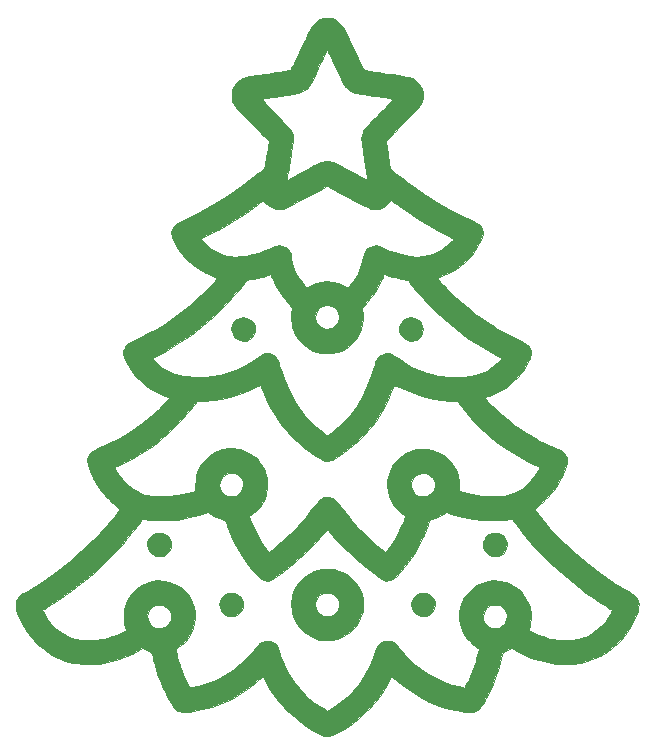
<source format=gts>
G04 #@! TF.GenerationSoftware,KiCad,Pcbnew,(5.1.6)-1*
G04 #@! TF.CreationDate,2020-12-04T21:52:10+01:00*
G04 #@! TF.ProjectId,case_julgran,63617365-5f6a-4756-9c67-72616e2e6b69,rev?*
G04 #@! TF.SameCoordinates,Original*
G04 #@! TF.FileFunction,Soldermask,Top*
G04 #@! TF.FilePolarity,Negative*
%FSLAX46Y46*%
G04 Gerber Fmt 4.6, Leading zero omitted, Abs format (unit mm)*
G04 Created by KiCad (PCBNEW (5.1.6)-1) date 2020-12-04 21:52:10*
%MOMM*%
%LPD*%
G01*
G04 APERTURE LIST*
%ADD10C,0.010000*%
G04 APERTURE END LIST*
D10*
G36*
X122687700Y-48204045D02*
G01*
X122824285Y-48215607D01*
X122938069Y-48241656D01*
X123057364Y-48287741D01*
X123143972Y-48327605D01*
X123447657Y-48514085D01*
X123699035Y-48759981D01*
X123895049Y-49062299D01*
X123895258Y-49062710D01*
X123938886Y-49151285D01*
X124012164Y-49303112D01*
X124110949Y-49509485D01*
X124231097Y-49761696D01*
X124368467Y-50051039D01*
X124518916Y-50368806D01*
X124678301Y-50706290D01*
X124790402Y-50944147D01*
X124949514Y-51280321D01*
X125099700Y-51594338D01*
X125237338Y-51878860D01*
X125358802Y-52126543D01*
X125460471Y-52330048D01*
X125538718Y-52482033D01*
X125589921Y-52575156D01*
X125608963Y-52602335D01*
X125657495Y-52613790D01*
X125776788Y-52635596D01*
X125958956Y-52666486D01*
X126196115Y-52705188D01*
X126480379Y-52750434D01*
X126803864Y-52800956D01*
X127158684Y-52855482D01*
X127536955Y-52912746D01*
X127543401Y-52913714D01*
X128062013Y-52992810D01*
X128511593Y-53063879D01*
X128890404Y-53126618D01*
X129196707Y-53180723D01*
X129428764Y-53225891D01*
X129584837Y-53261819D01*
X129646488Y-53280745D01*
X129882035Y-53405998D01*
X130109744Y-53590911D01*
X130309804Y-53816554D01*
X130459155Y-54057348D01*
X130518082Y-54182517D01*
X130555875Y-54285712D01*
X130577190Y-54391425D01*
X130586687Y-54524145D01*
X130589024Y-54708363D01*
X130589045Y-54740235D01*
X130587428Y-54933114D01*
X130579342Y-55071345D01*
X130559940Y-55179763D01*
X130524370Y-55283205D01*
X130467783Y-55406505D01*
X130453049Y-55436689D01*
X130410725Y-55516981D01*
X130359993Y-55598662D01*
X130294741Y-55688692D01*
X130208854Y-55794031D01*
X130096217Y-55921638D01*
X129950718Y-56078474D01*
X129766242Y-56271499D01*
X129536674Y-56507672D01*
X129301476Y-56747590D01*
X129046784Y-57006835D01*
X128790617Y-57267693D01*
X128543036Y-57519910D01*
X128314101Y-57753236D01*
X128113872Y-57957416D01*
X127952409Y-58122200D01*
X127869198Y-58207226D01*
X127452498Y-58633373D01*
X127622641Y-59697837D01*
X127668465Y-59983107D01*
X127711081Y-60245720D01*
X127748639Y-60474495D01*
X127779291Y-60658254D01*
X127801190Y-60785818D01*
X127812470Y-60845940D01*
X127851010Y-60902672D01*
X127945562Y-61000624D01*
X128088514Y-61133350D01*
X128272251Y-61294405D01*
X128489160Y-61477346D01*
X128731628Y-61675726D01*
X128992042Y-61883100D01*
X129262789Y-62093024D01*
X129476059Y-62254249D01*
X130681371Y-63105498D01*
X131928255Y-63890068D01*
X133212801Y-64605663D01*
X134531098Y-65249992D01*
X134762754Y-65354263D01*
X135047616Y-65491210D01*
X135265343Y-65622010D01*
X135426769Y-65756023D01*
X135542732Y-65902609D01*
X135624067Y-66071128D01*
X135637711Y-66110024D01*
X135684714Y-66311414D01*
X135685823Y-66511330D01*
X135638342Y-66727084D01*
X135539575Y-66975989D01*
X135485408Y-67088104D01*
X135136899Y-67695353D01*
X134727825Y-68252367D01*
X134261646Y-68756036D01*
X133741824Y-69203250D01*
X133171819Y-69590899D01*
X132555093Y-69915873D01*
X132150916Y-70084465D01*
X131804805Y-70215206D01*
X131891477Y-70336925D01*
X131965108Y-70427428D01*
X132087567Y-70563174D01*
X132249695Y-70735017D01*
X132442336Y-70933813D01*
X132656333Y-71150418D01*
X132882529Y-71375687D01*
X133111765Y-71600476D01*
X133334887Y-71815638D01*
X133542735Y-72012031D01*
X133726153Y-72180509D01*
X133827725Y-72270535D01*
X134255022Y-72634625D01*
X134654815Y-72958635D01*
X135051805Y-73261405D01*
X135470692Y-73561774D01*
X135935367Y-73878042D01*
X136293227Y-74113894D01*
X136615039Y-74319196D01*
X136917812Y-74503631D01*
X137218557Y-74676880D01*
X137534284Y-74848628D01*
X137882004Y-75028556D01*
X138278726Y-75226348D01*
X138459468Y-75314841D01*
X138745910Y-75457012D01*
X138997582Y-75586872D01*
X139205950Y-75699743D01*
X139362481Y-75790946D01*
X139458643Y-75855803D01*
X139478482Y-75873525D01*
X139609450Y-76040165D01*
X139688276Y-76212523D01*
X139724716Y-76417317D01*
X139730281Y-76563051D01*
X139728598Y-76695436D01*
X139718247Y-76801979D01*
X139693069Y-76903880D01*
X139646906Y-77022337D01*
X139573603Y-77178549D01*
X139519858Y-77287490D01*
X139405743Y-77503200D01*
X139270868Y-77736963D01*
X139135752Y-77954002D01*
X139062737Y-78062249D01*
X138865413Y-78317478D01*
X138621689Y-78594002D01*
X138351381Y-78871877D01*
X138074304Y-79131155D01*
X137810275Y-79351890D01*
X137699751Y-79434219D01*
X137398150Y-79631276D01*
X137059599Y-79823765D01*
X136710800Y-79997973D01*
X136378454Y-80140185D01*
X136203677Y-80202628D01*
X136051596Y-80255439D01*
X135933262Y-80303012D01*
X135865515Y-80338248D01*
X135855868Y-80349235D01*
X135883489Y-80393298D01*
X135960682Y-80483205D01*
X136078942Y-80610512D01*
X136229764Y-80766776D01*
X136404644Y-80943552D01*
X136595076Y-81132397D01*
X136792557Y-81324865D01*
X136988582Y-81512515D01*
X137174644Y-81686900D01*
X137342241Y-81839578D01*
X137465727Y-81947597D01*
X138354789Y-82655080D01*
X139274865Y-83290561D01*
X140230124Y-83856867D01*
X140469779Y-83985267D01*
X140670888Y-84087093D01*
X140916142Y-84205523D01*
X141186145Y-84331732D01*
X141461498Y-84456894D01*
X141722806Y-84572185D01*
X141950671Y-84668780D01*
X142116432Y-84734421D01*
X142348915Y-84858866D01*
X142542912Y-85036907D01*
X142689040Y-85253550D01*
X142777913Y-85493801D01*
X142800147Y-85742668D01*
X142792703Y-85814887D01*
X142728799Y-86099374D01*
X142618926Y-86428786D01*
X142470114Y-86788790D01*
X142289394Y-87165054D01*
X142083796Y-87543248D01*
X141860350Y-87909038D01*
X141626086Y-88248095D01*
X141549559Y-88349154D01*
X141393695Y-88537653D01*
X141201903Y-88750612D01*
X140989139Y-88973099D01*
X140770361Y-89190180D01*
X140560526Y-89386920D01*
X140374592Y-89548385D01*
X140258137Y-89638556D01*
X140156740Y-89714460D01*
X140088206Y-89772732D01*
X140069327Y-89796233D01*
X140092763Y-89833491D01*
X140157725Y-89922319D01*
X140256191Y-90052118D01*
X140380139Y-90212286D01*
X140492857Y-90355926D01*
X141401967Y-91443984D01*
X142367136Y-92475701D01*
X143388166Y-93450908D01*
X144464859Y-94369434D01*
X145597017Y-95231109D01*
X146784440Y-96035764D01*
X147939749Y-96733674D01*
X148135487Y-96848078D01*
X148314944Y-96957877D01*
X148462693Y-97053274D01*
X148563310Y-97124472D01*
X148589321Y-97146213D01*
X148737711Y-97325627D01*
X148831780Y-97536522D01*
X148871241Y-97782903D01*
X148855803Y-98068775D01*
X148785178Y-98398145D01*
X148659077Y-98775019D01*
X148477209Y-99203402D01*
X148434165Y-99295512D01*
X148097377Y-99915586D01*
X147698818Y-100488062D01*
X147242782Y-101009567D01*
X146733565Y-101476725D01*
X146175460Y-101886161D01*
X145572762Y-102234501D01*
X144929765Y-102518368D01*
X144250764Y-102734389D01*
X143975175Y-102799939D01*
X143716072Y-102843499D01*
X143400534Y-102877180D01*
X143051114Y-102900106D01*
X142690366Y-102911405D01*
X142340843Y-102910201D01*
X142025097Y-102895621D01*
X141872660Y-102881429D01*
X141159897Y-102768258D01*
X140450475Y-102595979D01*
X139760626Y-102370008D01*
X139106583Y-102095761D01*
X138504577Y-101778653D01*
X138425981Y-101731516D01*
X138153996Y-101565745D01*
X137768945Y-101708347D01*
X137383893Y-101850948D01*
X137251821Y-102413667D01*
X137057939Y-103151568D01*
X136827983Y-103857859D01*
X136553400Y-104555529D01*
X136225636Y-105267571D01*
X136088679Y-105540235D01*
X135905918Y-105888501D01*
X135747748Y-106170883D01*
X135608837Y-106395147D01*
X135483853Y-106569062D01*
X135367466Y-106700397D01*
X135254345Y-106796919D01*
X135202661Y-106831327D01*
X135114493Y-106882985D01*
X135038236Y-106917046D01*
X134954234Y-106937002D01*
X134842835Y-106946345D01*
X134684381Y-106948566D01*
X134546792Y-106947844D01*
X134188654Y-106932763D01*
X133813634Y-106891241D01*
X133404779Y-106820737D01*
X132945137Y-106718714D01*
X132832826Y-106691115D01*
X131965936Y-106434474D01*
X131131840Y-106105420D01*
X130330611Y-105703991D01*
X129562318Y-105230226D01*
X128827033Y-104684164D01*
X128297374Y-104227287D01*
X127948209Y-103907085D01*
X127764824Y-104272227D01*
X127393966Y-104936885D01*
X126956782Y-105591321D01*
X126466099Y-106217867D01*
X125934743Y-106798859D01*
X125918941Y-106814764D01*
X125324066Y-107372406D01*
X124714449Y-107862509D01*
X124073808Y-108297017D01*
X123385865Y-108687874D01*
X123318863Y-108722451D01*
X123109556Y-108828675D01*
X122954341Y-108903466D01*
X122836910Y-108952322D01*
X122740954Y-108980739D01*
X122650165Y-108994215D01*
X122548236Y-108998250D01*
X122500152Y-108998451D01*
X122383462Y-108996398D01*
X122286371Y-108986333D01*
X122190934Y-108962395D01*
X122079210Y-108918722D01*
X121933255Y-108849455D01*
X121735126Y-108748733D01*
X121734243Y-108748278D01*
X121047323Y-108366659D01*
X120419446Y-107956199D01*
X119831600Y-107503148D01*
X119264772Y-106993754D01*
X119140082Y-106871847D01*
X118955551Y-106684849D01*
X118768512Y-106488361D01*
X118596222Y-106300974D01*
X118455940Y-106141276D01*
X118405936Y-106081027D01*
X118177650Y-105782490D01*
X117937288Y-105440949D01*
X117700720Y-105080712D01*
X117483821Y-104726086D01*
X117302462Y-104401378D01*
X117276754Y-104351775D01*
X117050202Y-103908869D01*
X116664694Y-104258274D01*
X115947001Y-104858461D01*
X115199610Y-105384920D01*
X114422321Y-105837745D01*
X113614936Y-106217032D01*
X112777258Y-106522875D01*
X111909088Y-106755369D01*
X111151486Y-106894732D01*
X110774982Y-106942725D01*
X110464048Y-106964401D01*
X110208852Y-106958636D01*
X109999561Y-106924303D01*
X109826344Y-106860278D01*
X109679367Y-106765436D01*
X109627535Y-106720319D01*
X109538633Y-106616411D01*
X109423995Y-106450528D01*
X109289576Y-106233604D01*
X109141330Y-105976573D01*
X108985211Y-105690369D01*
X108827175Y-105385926D01*
X108673175Y-105074180D01*
X108529165Y-104766064D01*
X108401100Y-104472514D01*
X108393307Y-104453807D01*
X108266116Y-104127472D01*
X108133680Y-103752520D01*
X108004042Y-103354394D01*
X107885240Y-102958536D01*
X107785317Y-102590387D01*
X107727338Y-102346564D01*
X107619308Y-101852134D01*
X107232656Y-101708940D01*
X106846003Y-101565745D01*
X106574019Y-101731327D01*
X105965012Y-102061800D01*
X105302825Y-102346904D01*
X104602844Y-102581504D01*
X103880453Y-102760467D01*
X103151039Y-102878660D01*
X103127340Y-102881429D01*
X102835187Y-102904113D01*
X102496370Y-102912493D01*
X102133835Y-102907469D01*
X101770526Y-102889941D01*
X101429387Y-102860809D01*
X101133363Y-102820972D01*
X101015336Y-102798592D01*
X100334407Y-102613735D01*
X99684336Y-102359187D01*
X99070256Y-102038893D01*
X98497297Y-101656794D01*
X97970592Y-101216833D01*
X97495273Y-100722953D01*
X97076470Y-100179096D01*
X96719317Y-99589206D01*
X96642079Y-99438670D01*
X96433544Y-98991750D01*
X96278732Y-98598444D01*
X96192943Y-98307615D01*
X98398752Y-98307615D01*
X98399119Y-98354198D01*
X98430816Y-98450579D01*
X98487126Y-98576752D01*
X98493273Y-98589088D01*
X98768341Y-99052755D01*
X99107195Y-99484160D01*
X99498903Y-99873049D01*
X99932529Y-100209171D01*
X100397138Y-100482272D01*
X100622971Y-100585891D01*
X100866582Y-100682105D01*
X101087472Y-100754476D01*
X101304059Y-100806086D01*
X101534764Y-100840017D01*
X101798004Y-100859350D01*
X102112200Y-100867168D01*
X102307198Y-100867693D01*
X102698146Y-100861385D01*
X103032730Y-100842309D01*
X103333543Y-100806995D01*
X103623173Y-100751976D01*
X103924212Y-100673783D01*
X104259250Y-100568946D01*
X104264828Y-100567094D01*
X104456626Y-100498356D01*
X104662116Y-100416333D01*
X104868075Y-100327315D01*
X105061280Y-100237592D01*
X105228507Y-100153455D01*
X105356534Y-100081195D01*
X105432137Y-100027103D01*
X105446905Y-100004738D01*
X105434706Y-99943968D01*
X105403250Y-99832462D01*
X105360222Y-99697042D01*
X105323256Y-99572102D01*
X105298036Y-99445268D01*
X105282395Y-99296679D01*
X105274165Y-99106473D01*
X105271298Y-98882175D01*
X105271423Y-98839503D01*
X107281070Y-98839503D01*
X107305289Y-99081148D01*
X107386496Y-99312745D01*
X107523193Y-99522984D01*
X107713880Y-99700557D01*
X107957058Y-99834155D01*
X108030885Y-99861011D01*
X108166127Y-99880979D01*
X108342621Y-99875336D01*
X108527726Y-99847799D01*
X108688801Y-99802085D01*
X108737187Y-99780583D01*
X108960290Y-99625511D01*
X109128617Y-99426499D01*
X109239777Y-99196772D01*
X109291381Y-98949556D01*
X109281037Y-98698077D01*
X109206354Y-98455562D01*
X109064943Y-98235235D01*
X109024523Y-98190935D01*
X108869375Y-98046897D01*
X108724362Y-97956032D01*
X108562702Y-97907338D01*
X108357611Y-97889810D01*
X108289515Y-97888990D01*
X108116502Y-97892461D01*
X107993766Y-97907795D01*
X107892280Y-97941291D01*
X107784054Y-97998633D01*
X107565331Y-98167376D01*
X107409592Y-98371308D01*
X107315338Y-98599120D01*
X107281070Y-98839503D01*
X105271423Y-98839503D01*
X105272003Y-98642131D01*
X105278338Y-98460415D01*
X105292536Y-98315927D01*
X105316827Y-98187569D01*
X105353442Y-98054241D01*
X105361679Y-98027559D01*
X105544277Y-97566826D01*
X105786895Y-97150583D01*
X106083074Y-96783149D01*
X106426354Y-96468845D01*
X106810274Y-96211993D01*
X107228376Y-96016914D01*
X107674200Y-95887927D01*
X108141285Y-95829354D01*
X108623171Y-95845516D01*
X108623802Y-95845588D01*
X109092848Y-95936222D01*
X109530582Y-96094497D01*
X109932162Y-96313814D01*
X110292750Y-96587571D01*
X110607503Y-96909170D01*
X110871583Y-97272009D01*
X111080148Y-97669488D01*
X111228358Y-98095008D01*
X111311374Y-98541969D01*
X111324354Y-99003770D01*
X111267392Y-99450283D01*
X111145474Y-99875607D01*
X110962139Y-100284132D01*
X110726195Y-100663194D01*
X110446453Y-101000131D01*
X110131724Y-101282277D01*
X109874636Y-101452224D01*
X109754378Y-101530455D01*
X109678795Y-101600842D01*
X109661176Y-101638630D01*
X109673106Y-101727077D01*
X109705711Y-101876441D01*
X109754935Y-102072087D01*
X109816726Y-102299376D01*
X109887028Y-102543672D01*
X109961787Y-102790337D01*
X110036949Y-103024734D01*
X110081452Y-103155980D01*
X110200153Y-103479046D01*
X110335318Y-103816659D01*
X110477458Y-104146874D01*
X110617082Y-104447749D01*
X110744698Y-104697340D01*
X110760382Y-104725717D01*
X110801218Y-104798113D01*
X110838638Y-104848546D01*
X110885142Y-104877604D01*
X110953233Y-104885877D01*
X111055410Y-104873952D01*
X111204175Y-104842419D01*
X111412028Y-104791866D01*
X111532215Y-104762068D01*
X112320921Y-104526250D01*
X113083525Y-104217196D01*
X113814519Y-103838455D01*
X114508395Y-103393579D01*
X115159645Y-102886115D01*
X115762760Y-102319615D01*
X116312232Y-101697628D01*
X116338586Y-101664648D01*
X116473081Y-101497769D01*
X116598086Y-101346752D01*
X116701433Y-101226017D01*
X116770956Y-101149985D01*
X116781396Y-101139863D01*
X116973708Y-101013191D01*
X117206936Y-100937781D01*
X117459048Y-100916337D01*
X117708012Y-100951566D01*
X117860320Y-101007376D01*
X118064626Y-101136135D01*
X118225818Y-101311417D01*
X118352206Y-101544265D01*
X118429028Y-101762882D01*
X118533352Y-102105675D01*
X118629715Y-102394821D01*
X118727120Y-102654341D01*
X118834575Y-102908255D01*
X118958466Y-103175133D01*
X119335473Y-103879094D01*
X119764482Y-104524850D01*
X120250091Y-105118015D01*
X120796897Y-105664204D01*
X121409498Y-106169033D01*
X121410993Y-106170156D01*
X121578047Y-106291087D01*
X121763326Y-106417853D01*
X121953545Y-106542204D01*
X122135421Y-106655888D01*
X122295668Y-106750653D01*
X122421003Y-106818249D01*
X122498141Y-106850424D01*
X122508718Y-106851970D01*
X122553131Y-106832940D01*
X122649426Y-106781736D01*
X122781377Y-106707188D01*
X122872671Y-106653890D01*
X123541382Y-106214315D01*
X124153243Y-105719241D01*
X124708014Y-105168986D01*
X125205456Y-104563867D01*
X125645329Y-103904200D01*
X126027392Y-103190303D01*
X126351406Y-102422493D01*
X126570662Y-101762882D01*
X126690943Y-101456629D01*
X126850554Y-101219323D01*
X127049998Y-101050536D01*
X127289778Y-100949841D01*
X127568075Y-100916808D01*
X127760696Y-100928149D01*
X127926985Y-100967495D01*
X128079658Y-101043130D01*
X128231433Y-101163334D01*
X128395025Y-101336390D01*
X128583150Y-101570579D01*
X128594272Y-101585149D01*
X128806503Y-101844948D01*
X129064978Y-102131685D01*
X129350964Y-102426490D01*
X129645727Y-102710497D01*
X129930533Y-102964839D01*
X130111459Y-103113181D01*
X130794979Y-103599979D01*
X131514176Y-104019028D01*
X132263178Y-104367517D01*
X133036111Y-104642634D01*
X133640707Y-104801997D01*
X133821675Y-104842087D01*
X133973558Y-104874797D01*
X134079980Y-104896664D01*
X134124150Y-104904241D01*
X134155380Y-104869387D01*
X134211427Y-104772565D01*
X134287004Y-104625386D01*
X134376823Y-104439461D01*
X134475597Y-104226400D01*
X134578039Y-103997816D01*
X134678861Y-103765318D01*
X134772776Y-103540517D01*
X134854496Y-103335025D01*
X134918734Y-103160452D01*
X134920279Y-103155980D01*
X134993448Y-102935235D01*
X135068632Y-102693729D01*
X135141814Y-102446027D01*
X135208975Y-102206694D01*
X135266100Y-101990295D01*
X135309169Y-101811394D01*
X135334165Y-101684557D01*
X135338824Y-101638630D01*
X135304959Y-101582874D01*
X135212700Y-101507953D01*
X135110563Y-101444728D01*
X134948858Y-101334827D01*
X134760779Y-101176962D01*
X134564274Y-100989165D01*
X134377291Y-100789470D01*
X134217778Y-100595910D01*
X134112665Y-100442075D01*
X133893682Y-99997059D01*
X133749624Y-99537083D01*
X133679743Y-99069588D01*
X133681513Y-98836706D01*
X135708069Y-98836706D01*
X135728919Y-99078573D01*
X135804992Y-99309617D01*
X135934639Y-99518100D01*
X136116211Y-99692282D01*
X136348058Y-99820424D01*
X136471987Y-99860902D01*
X136653880Y-99881938D01*
X136864130Y-99867023D01*
X137062693Y-99820714D01*
X137152596Y-99783420D01*
X137381081Y-99626179D01*
X137551033Y-99428057D01*
X137662016Y-99201291D01*
X137713596Y-98958116D01*
X137705340Y-98710769D01*
X137636812Y-98471484D01*
X137507579Y-98252499D01*
X137317205Y-98066048D01*
X137215945Y-97998633D01*
X137106575Y-97940821D01*
X137004473Y-97907410D01*
X136880562Y-97892062D01*
X136710485Y-97888435D01*
X136536445Y-97892349D01*
X136412880Y-97908212D01*
X136310973Y-97942200D01*
X136209898Y-97995777D01*
X135993357Y-98163551D01*
X135838639Y-98367456D01*
X135744093Y-98595754D01*
X135708069Y-98836706D01*
X133681513Y-98836706D01*
X133683297Y-98602018D01*
X133759539Y-98141814D01*
X133907724Y-97696419D01*
X134127109Y-97273276D01*
X134416947Y-96879827D01*
X134475850Y-96813492D01*
X134830547Y-96481779D01*
X135225167Y-96215549D01*
X135651773Y-96016806D01*
X136102427Y-95887555D01*
X136569193Y-95829799D01*
X137044134Y-95845543D01*
X137519313Y-95936791D01*
X137711933Y-95996345D01*
X138150097Y-96188450D01*
X138548749Y-96446554D01*
X138902288Y-96764748D01*
X139205111Y-97137126D01*
X139451617Y-97557781D01*
X139636204Y-98020807D01*
X139638320Y-98027559D01*
X139677441Y-98164091D01*
X139703827Y-98291780D01*
X139719710Y-98431726D01*
X139727322Y-98605028D01*
X139728893Y-98832784D01*
X139728701Y-98882175D01*
X139725306Y-99127092D01*
X139716458Y-99312439D01*
X139699991Y-99458077D01*
X139673738Y-99583867D01*
X139639778Y-99697042D01*
X139596080Y-99834685D01*
X139564899Y-99945521D01*
X139553095Y-100004738D01*
X139587774Y-100043951D01*
X139683580Y-100105239D01*
X139827347Y-100182374D01*
X140005912Y-100269129D01*
X140206110Y-100359274D01*
X140414778Y-100446582D01*
X140618751Y-100524825D01*
X140745070Y-100568692D01*
X141077206Y-100672454D01*
X141372088Y-100750006D01*
X141652297Y-100804813D01*
X141940416Y-100840343D01*
X142259023Y-100860062D01*
X142630701Y-100867436D01*
X142692801Y-100867693D01*
X143041746Y-100864762D01*
X143329902Y-100851960D01*
X143575687Y-100826207D01*
X143797520Y-100784420D01*
X144013821Y-100723517D01*
X144243008Y-100640418D01*
X144377028Y-100585891D01*
X144852417Y-100345931D01*
X145301959Y-100038136D01*
X145714719Y-99672757D01*
X146079763Y-99260046D01*
X146386155Y-98810258D01*
X146506726Y-98589088D01*
X146564952Y-98461188D01*
X146599181Y-98361250D01*
X146602693Y-98309278D01*
X146601247Y-98307615D01*
X146556099Y-98277166D01*
X146457205Y-98214857D01*
X146319020Y-98129676D01*
X146155997Y-98030614D01*
X146151017Y-98027608D01*
X145870642Y-97853810D01*
X145545839Y-97644894D01*
X145195611Y-97413661D01*
X144838963Y-97172913D01*
X144494899Y-96935454D01*
X144182422Y-96714084D01*
X143964788Y-96554815D01*
X142938132Y-95745374D01*
X141934884Y-94869126D01*
X140966464Y-93937501D01*
X140044289Y-92961931D01*
X139179779Y-91953847D01*
X138507222Y-91091252D01*
X138382718Y-90924097D01*
X138276193Y-90781256D01*
X138196107Y-90674059D01*
X138150920Y-90613837D01*
X138144099Y-90604930D01*
X138104335Y-90607849D01*
X138006390Y-90624045D01*
X137869836Y-90650214D01*
X137840646Y-90656143D01*
X137644166Y-90686269D01*
X137386610Y-90710790D01*
X137086238Y-90729196D01*
X136761308Y-90740979D01*
X136430081Y-90745627D01*
X136110816Y-90742633D01*
X135821772Y-90731487D01*
X135637245Y-90717610D01*
X134813516Y-90612114D01*
X134028812Y-90457038D01*
X133255875Y-90246697D01*
X133023616Y-90172431D01*
X132596215Y-90031253D01*
X132404753Y-90171799D01*
X132174401Y-90318833D01*
X131898952Y-90460681D01*
X131612078Y-90581371D01*
X131386387Y-90654856D01*
X131128550Y-90724649D01*
X131001695Y-91106699D01*
X130684988Y-91942077D01*
X130296776Y-92762232D01*
X129844329Y-93554761D01*
X129334919Y-94307259D01*
X128775814Y-95007322D01*
X128599410Y-95205337D01*
X128381871Y-95431920D01*
X128195964Y-95598955D01*
X128031382Y-95714429D01*
X127877820Y-95786330D01*
X127830951Y-95800991D01*
X127667667Y-95834364D01*
X127511099Y-95836991D01*
X127349967Y-95804635D01*
X127172994Y-95733056D01*
X126968902Y-95618017D01*
X126726413Y-95455278D01*
X126529278Y-95311821D01*
X125500713Y-94499749D01*
X124519515Y-93629718D01*
X123593634Y-92709177D01*
X122757500Y-91776933D01*
X122653093Y-91657181D01*
X122566872Y-91564980D01*
X122512105Y-91514236D01*
X122501463Y-91508623D01*
X122467306Y-91537269D01*
X122390556Y-91616720D01*
X122280154Y-91737246D01*
X122145039Y-91889115D01*
X122019185Y-92033558D01*
X121404842Y-92709917D01*
X120730733Y-93388060D01*
X120014492Y-94051627D01*
X119273753Y-94684256D01*
X118552762Y-95249687D01*
X118269555Y-95456664D01*
X118034795Y-95614528D01*
X117837953Y-95727475D01*
X117668499Y-95799700D01*
X117515903Y-95835398D01*
X117369635Y-95838765D01*
X117219165Y-95813996D01*
X117169048Y-95800991D01*
X117009218Y-95737585D01*
X116841930Y-95630718D01*
X116656977Y-95472495D01*
X116444154Y-95255026D01*
X116398801Y-95205337D01*
X115803638Y-94490387D01*
X115264855Y-93726326D01*
X114787843Y-92922357D01*
X114377989Y-92087689D01*
X114040683Y-91231526D01*
X113996445Y-91101118D01*
X113935406Y-90923454D01*
X113888537Y-90807687D01*
X113847622Y-90739432D01*
X113804444Y-90704304D01*
X113761722Y-90690157D01*
X113388551Y-90580713D01*
X113016272Y-90421916D01*
X112678670Y-90228818D01*
X112593623Y-90169682D01*
X112406025Y-90032898D01*
X111904775Y-90195972D01*
X111196041Y-90403283D01*
X110489859Y-90560869D01*
X109756677Y-90674800D01*
X109362754Y-90718059D01*
X109108266Y-90735394D01*
X108810077Y-90744254D01*
X108486399Y-90745148D01*
X108155442Y-90738590D01*
X107835417Y-90725091D01*
X107544534Y-90705162D01*
X107301005Y-90679315D01*
X107159353Y-90656143D01*
X107017954Y-90628445D01*
X106911740Y-90610066D01*
X106860102Y-90604300D01*
X106858041Y-90604930D01*
X106833528Y-90638236D01*
X106769350Y-90724604D01*
X106673421Y-90853405D01*
X106553654Y-91014013D01*
X106451506Y-91150877D01*
X106011406Y-91724330D01*
X105565910Y-92271126D01*
X105101543Y-92806536D01*
X104604828Y-93345833D01*
X104062287Y-93904287D01*
X103732684Y-94231809D01*
X102728711Y-95168238D01*
X101673886Y-96055855D01*
X100579016Y-96886259D01*
X99454906Y-97651049D01*
X98848983Y-98028108D01*
X98685411Y-98127272D01*
X98546272Y-98212842D01*
X98446032Y-98275837D01*
X98399157Y-98307275D01*
X98398752Y-98307615D01*
X96192943Y-98307615D01*
X96177184Y-98254192D01*
X96128440Y-97954432D01*
X96132038Y-97694606D01*
X96187518Y-97470153D01*
X96294421Y-97276512D01*
X96410679Y-97146298D01*
X96481969Y-97091877D01*
X96608810Y-97007521D01*
X96777299Y-96901983D01*
X96973536Y-96784013D01*
X97139749Y-96687374D01*
X98361767Y-95944051D01*
X99527296Y-95145467D01*
X100638902Y-94289585D01*
X101699147Y-93374367D01*
X102710597Y-92397778D01*
X103236503Y-91845148D01*
X103470650Y-91587901D01*
X103704883Y-91323400D01*
X103933605Y-91058608D01*
X104151220Y-90800489D01*
X104352128Y-90556007D01*
X104530732Y-90332124D01*
X104681434Y-90135805D01*
X104798637Y-89974012D01*
X104876742Y-89853710D01*
X104910153Y-89781860D01*
X104907954Y-89765915D01*
X104860987Y-89727813D01*
X104768870Y-89654697D01*
X104649131Y-89560458D01*
X104612676Y-89531893D01*
X104438977Y-89384912D01*
X104233167Y-89193551D01*
X104012677Y-88975602D01*
X103794936Y-88748860D01*
X103597374Y-88531121D01*
X103437420Y-88340179D01*
X103407329Y-88301325D01*
X103037864Y-87760351D01*
X102709463Y-87169760D01*
X102435467Y-86554444D01*
X102354848Y-86337728D01*
X102319552Y-86230523D01*
X104496198Y-86230523D01*
X104579542Y-86395160D01*
X104870579Y-86885511D01*
X105224484Y-87336893D01*
X105632133Y-87740206D01*
X106084401Y-88086350D01*
X106540532Y-88350709D01*
X106808746Y-88474078D01*
X107061401Y-88566642D01*
X107318822Y-88632938D01*
X107601335Y-88677500D01*
X107929264Y-88704864D01*
X108175380Y-88715545D01*
X109009941Y-88703809D01*
X109845488Y-88616392D01*
X110667129Y-88455155D01*
X111030696Y-88358338D01*
X111347151Y-88266832D01*
X111352172Y-87711437D01*
X111352273Y-87707524D01*
X113374048Y-87707524D01*
X113404389Y-87971660D01*
X113499567Y-88215559D01*
X113653142Y-88426281D01*
X113858676Y-88590888D01*
X114029747Y-88671649D01*
X114246254Y-88717032D01*
X114486421Y-88716869D01*
X114712188Y-88672574D01*
X114788576Y-88643435D01*
X115025881Y-88495457D01*
X115207344Y-88297729D01*
X115327885Y-88061683D01*
X115382425Y-87798751D01*
X115365884Y-87520366D01*
X115338074Y-87406735D01*
X115264087Y-87251087D01*
X115142111Y-87085055D01*
X114994735Y-86934844D01*
X114844550Y-86826655D01*
X114832489Y-86820293D01*
X114579184Y-86732419D01*
X114320217Y-86716159D01*
X114068612Y-86765854D01*
X113837392Y-86875846D01*
X113639583Y-87040477D01*
X113488210Y-87254089D01*
X113414980Y-87436091D01*
X113374048Y-87707524D01*
X111352273Y-87707524D01*
X111360054Y-87407467D01*
X111381131Y-87158919D01*
X111420762Y-86942104D01*
X111484304Y-86733332D01*
X111577114Y-86508912D01*
X111666572Y-86321299D01*
X111920196Y-85892975D01*
X112228983Y-85521662D01*
X112591130Y-85208918D01*
X113004836Y-84956299D01*
X113466473Y-84765961D01*
X113612950Y-84720086D01*
X113737881Y-84688403D01*
X113862226Y-84668325D01*
X114006945Y-84657263D01*
X114193000Y-84652631D01*
X114391080Y-84651816D01*
X114635853Y-84653635D01*
X114821574Y-84660542D01*
X114968638Y-84674707D01*
X115097438Y-84698300D01*
X115228367Y-84733493D01*
X115265571Y-84744904D01*
X115731047Y-84929584D01*
X116152182Y-85177295D01*
X116523919Y-85483766D01*
X116841200Y-85844726D01*
X117098970Y-86255905D01*
X117132018Y-86321299D01*
X117261336Y-86612586D01*
X117350142Y-86886528D01*
X117406272Y-87174062D01*
X117437563Y-87506127D01*
X117439125Y-87533662D01*
X117431479Y-88009829D01*
X117352864Y-88461345D01*
X117200440Y-88899688D01*
X117008775Y-89273828D01*
X116914836Y-89409856D01*
X116780272Y-89573777D01*
X116620374Y-89749933D01*
X116450434Y-89922669D01*
X116285742Y-90076327D01*
X116141589Y-90195250D01*
X116049917Y-90255612D01*
X115958175Y-90312291D01*
X115906065Y-90360133D01*
X115901565Y-90371659D01*
X115914508Y-90422422D01*
X115949517Y-90530516D01*
X116000859Y-90678787D01*
X116048010Y-90809802D01*
X116154373Y-91075738D01*
X116292159Y-91383064D01*
X116450247Y-91709726D01*
X116617512Y-92033673D01*
X116782833Y-92332852D01*
X116935086Y-92585208D01*
X116971864Y-92641487D01*
X117081909Y-92803566D01*
X117199044Y-92971476D01*
X117313929Y-93132383D01*
X117417224Y-93273457D01*
X117499591Y-93381867D01*
X117551691Y-93444781D01*
X117564236Y-93455364D01*
X117598629Y-93432444D01*
X117680734Y-93369919D01*
X117796697Y-93278485D01*
X117882232Y-93209780D01*
X118621542Y-92579669D01*
X119343692Y-91901098D01*
X120033888Y-91189406D01*
X120677335Y-90459934D01*
X121259241Y-89728022D01*
X121324501Y-89640391D01*
X121523192Y-89377195D01*
X121689290Y-89173582D01*
X121833005Y-89022144D01*
X121964549Y-88915472D01*
X122094133Y-88846158D01*
X122231971Y-88806796D01*
X122388273Y-88789975D01*
X122500000Y-88787617D01*
X122664679Y-88792951D01*
X122805902Y-88813669D01*
X122933102Y-88856849D01*
X123055714Y-88929566D01*
X123183174Y-89038897D01*
X123324915Y-89191918D01*
X123490372Y-89395706D01*
X123688981Y-89657337D01*
X123726114Y-89707261D01*
X124147016Y-90245855D01*
X124622541Y-90804466D01*
X125136774Y-91366443D01*
X125673800Y-91915135D01*
X126217702Y-92433892D01*
X126752567Y-92906064D01*
X126904719Y-93032725D01*
X127430123Y-93463714D01*
X127510365Y-93370597D01*
X127618703Y-93231949D01*
X127754525Y-93038424D01*
X127908228Y-92805464D01*
X128070211Y-92548514D01*
X128230872Y-92283016D01*
X128380611Y-92024412D01*
X128509825Y-91788146D01*
X128580259Y-91649782D01*
X128686058Y-91426463D01*
X128790442Y-91194062D01*
X128887901Y-90966155D01*
X128972927Y-90756318D01*
X129040012Y-90578126D01*
X129083648Y-90445156D01*
X129098364Y-90372878D01*
X129067323Y-90333088D01*
X128987335Y-90269176D01*
X128909951Y-90217013D01*
X128788845Y-90129905D01*
X128641933Y-90009103D01*
X128498136Y-89878577D01*
X128478242Y-89859267D01*
X128166664Y-89500182D01*
X127920986Y-89104129D01*
X127741893Y-88679605D01*
X127630072Y-88235107D01*
X127588803Y-87806121D01*
X129617591Y-87806121D01*
X129667681Y-88054631D01*
X129785472Y-88291545D01*
X129868209Y-88398756D01*
X130059384Y-88559596D01*
X130294372Y-88668826D01*
X130552493Y-88721328D01*
X130813070Y-88711980D01*
X130970252Y-88671649D01*
X131197384Y-88550294D01*
X131389898Y-88368792D01*
X131534852Y-88143483D01*
X131619306Y-87890706D01*
X131627292Y-87842046D01*
X131624917Y-87587149D01*
X131554185Y-87345694D01*
X131425802Y-87128318D01*
X131250474Y-86945658D01*
X131038906Y-86808353D01*
X130801804Y-86727041D01*
X130549874Y-86712358D01*
X130496700Y-86718644D01*
X130231360Y-86794069D01*
X130007785Y-86927229D01*
X129830298Y-87106570D01*
X129703222Y-87320536D01*
X129630879Y-87557571D01*
X129617591Y-87806121D01*
X127588803Y-87806121D01*
X127586206Y-87779132D01*
X127610982Y-87320177D01*
X127705083Y-86866739D01*
X127869196Y-86427315D01*
X128104006Y-86010402D01*
X128161259Y-85928038D01*
X128469546Y-85563816D01*
X128821009Y-85261059D01*
X129207634Y-85020409D01*
X129621402Y-84842510D01*
X130054297Y-84728004D01*
X130498303Y-84677534D01*
X130945403Y-84691742D01*
X131387581Y-84771271D01*
X131816819Y-84916764D01*
X132225102Y-85128863D01*
X132604413Y-85408212D01*
X132766340Y-85558852D01*
X132986838Y-85800361D01*
X133166482Y-86049401D01*
X133327010Y-86337251D01*
X133372332Y-86430844D01*
X133479505Y-86675032D01*
X133555309Y-86895530D01*
X133604881Y-87116661D01*
X133633360Y-87362750D01*
X133645881Y-87658122D01*
X133646995Y-87731368D01*
X133653242Y-88266945D01*
X133969500Y-88358394D01*
X134780532Y-88552501D01*
X135613190Y-88673480D01*
X136454297Y-88719679D01*
X136820849Y-88715975D01*
X137181889Y-88698767D01*
X137485034Y-88667879D01*
X137751397Y-88618476D01*
X138002088Y-88545723D01*
X138258219Y-88444786D01*
X138499217Y-88331615D01*
X138964933Y-88058501D01*
X139399847Y-87719307D01*
X139793041Y-87324922D01*
X140133599Y-86886239D01*
X140399875Y-86435525D01*
X140502931Y-86231754D01*
X140077444Y-86045541D01*
X139219349Y-85631610D01*
X138367618Y-85146074D01*
X137531931Y-84596756D01*
X136721970Y-83991481D01*
X135947419Y-83338073D01*
X135217957Y-82644357D01*
X134543269Y-81918157D01*
X133933035Y-81167297D01*
X133772720Y-80950499D01*
X133540173Y-80628967D01*
X132978850Y-80605329D01*
X132053048Y-80527190D01*
X131145095Y-80371776D01*
X130256936Y-80139590D01*
X129390515Y-79831133D01*
X128606429Y-79476495D01*
X128437993Y-79395781D01*
X128295380Y-79334256D01*
X128193236Y-79297763D01*
X128146203Y-79292141D01*
X128145641Y-79292679D01*
X128120355Y-79343266D01*
X128077815Y-79449437D01*
X128025834Y-79591336D01*
X128007682Y-79643365D01*
X127845270Y-80066921D01*
X127639718Y-80527308D01*
X127402149Y-81003254D01*
X127143688Y-81473489D01*
X126875456Y-81916743D01*
X126622081Y-82292962D01*
X126034566Y-83047566D01*
X125396570Y-83740960D01*
X124706529Y-84374603D01*
X123962878Y-84949955D01*
X123313161Y-85378548D01*
X123086858Y-85511494D01*
X122888748Y-85610205D01*
X122708405Y-85673020D01*
X122535401Y-85698278D01*
X122359309Y-85684318D01*
X122169702Y-85629480D01*
X121956152Y-85532102D01*
X121708232Y-85390523D01*
X121415515Y-85203082D01*
X121168388Y-85036904D01*
X120969017Y-84898133D01*
X120760036Y-84747438D01*
X120567814Y-84604104D01*
X120433020Y-84499023D01*
X120250063Y-84342604D01*
X120029986Y-84140460D01*
X119787365Y-83907265D01*
X119536773Y-83657690D01*
X119292786Y-83406407D01*
X119069979Y-83168090D01*
X118882927Y-82957410D01*
X118788193Y-82843208D01*
X118371073Y-82282018D01*
X117978610Y-81679604D01*
X117621267Y-81054621D01*
X117309508Y-80425722D01*
X117053798Y-79811559D01*
X116993178Y-79643365D01*
X116939408Y-79494001D01*
X116892551Y-79373683D01*
X116860457Y-79302247D01*
X116854358Y-79292679D01*
X116810014Y-79296847D01*
X116709931Y-79332137D01*
X116568753Y-79392709D01*
X116401124Y-79472720D01*
X116393571Y-79476495D01*
X115716551Y-79783950D01*
X115003039Y-80049207D01*
X114268633Y-80268389D01*
X113528929Y-80437618D01*
X112799526Y-80553017D01*
X112096020Y-80610707D01*
X111806771Y-80616805D01*
X111468315Y-80617230D01*
X111231301Y-80945165D01*
X110647325Y-81694538D01*
X109994727Y-82424974D01*
X109283786Y-83127304D01*
X108524776Y-83792355D01*
X107727975Y-84410957D01*
X106903658Y-84973938D01*
X106321909Y-85326494D01*
X106137230Y-85429007D01*
X105906445Y-85551694D01*
X105648445Y-85685031D01*
X105382124Y-85819493D01*
X105126374Y-85945556D01*
X104900087Y-86053697D01*
X104722155Y-86134390D01*
X104703498Y-86142394D01*
X104496198Y-86230523D01*
X102319552Y-86230523D01*
X102271230Y-86083759D01*
X102220851Y-85882113D01*
X102201510Y-85713950D01*
X102211004Y-85560432D01*
X102245978Y-85406665D01*
X102325914Y-85208634D01*
X102446919Y-85039963D01*
X102618807Y-84892029D01*
X102851391Y-84756206D01*
X103122065Y-84636656D01*
X104065846Y-84220878D01*
X104996405Y-83732154D01*
X105903090Y-83176994D01*
X106775251Y-82561909D01*
X107583931Y-81909226D01*
X107756655Y-81756063D01*
X107946173Y-81580921D01*
X108144594Y-81391846D01*
X108344029Y-81196886D01*
X108536590Y-81004086D01*
X108714387Y-80821494D01*
X108869530Y-80657155D01*
X108994130Y-80519118D01*
X109080298Y-80415428D01*
X109120145Y-80354132D01*
X109120446Y-80342080D01*
X109066963Y-80314397D01*
X108959614Y-80272283D01*
X108820611Y-80224387D01*
X108806260Y-80219752D01*
X108249158Y-80000891D01*
X107708913Y-79710699D01*
X107194203Y-79356919D01*
X106713706Y-78947298D01*
X106276101Y-78489581D01*
X105890066Y-77991513D01*
X105564280Y-77460840D01*
X105441036Y-77216417D01*
X105373947Y-77051621D01*
X107713316Y-77051621D01*
X107739993Y-77091124D01*
X107812018Y-77172103D01*
X107917144Y-77281231D01*
X107998154Y-77361656D01*
X108420541Y-77720433D01*
X108894726Y-78026253D01*
X109407523Y-78271955D01*
X109945749Y-78450382D01*
X110050929Y-78476350D01*
X110232155Y-78507871D01*
X110476778Y-78534860D01*
X110768799Y-78556853D01*
X111092221Y-78573387D01*
X111431044Y-78583999D01*
X111769271Y-78588226D01*
X112090903Y-78585605D01*
X112379943Y-78575674D01*
X112620391Y-78557969D01*
X112671658Y-78552197D01*
X113458528Y-78415837D01*
X114223108Y-78203652D01*
X114961924Y-77917057D01*
X115671505Y-77557467D01*
X116348378Y-77126296D01*
X116570631Y-76963504D01*
X116818817Y-76787757D01*
X117030637Y-76668178D01*
X117220432Y-76599709D01*
X117402542Y-76577287D01*
X117591308Y-76595853D01*
X117604920Y-76598512D01*
X117874461Y-76690141D01*
X118101346Y-76843740D01*
X118276492Y-77050803D01*
X118390820Y-77302821D01*
X118402655Y-77345922D01*
X118463615Y-77566498D01*
X118547688Y-77840638D01*
X118647975Y-78148285D01*
X118757579Y-78469387D01*
X118869601Y-78783888D01*
X118977143Y-79071735D01*
X119073306Y-79312873D01*
X119103917Y-79384629D01*
X119434280Y-80074306D01*
X119807245Y-80732649D01*
X120215931Y-81349974D01*
X120653460Y-81916602D01*
X121112952Y-82422853D01*
X121551906Y-82829265D01*
X121704335Y-82954029D01*
X121872458Y-83085621D01*
X122043427Y-83214695D01*
X122204395Y-83331906D01*
X122342514Y-83427905D01*
X122444935Y-83493349D01*
X122498811Y-83518890D01*
X122500000Y-83518952D01*
X122542682Y-83497645D01*
X122633941Y-83440615D01*
X122757557Y-83358197D01*
X122821700Y-83313991D01*
X123427131Y-82844658D01*
X123992957Y-82308171D01*
X124517177Y-81707422D01*
X124997790Y-81045303D01*
X125432793Y-80324703D01*
X125820187Y-79548513D01*
X126157970Y-78719624D01*
X126312286Y-78272003D01*
X126388117Y-78035964D01*
X126462468Y-77800415D01*
X126528540Y-77587172D01*
X126579538Y-77418049D01*
X126595419Y-77363338D01*
X126709728Y-77084763D01*
X126876400Y-76862955D01*
X127091989Y-76701603D01*
X127289435Y-76620799D01*
X127505006Y-76576083D01*
X127703429Y-76578175D01*
X127900179Y-76631450D01*
X128110728Y-76740286D01*
X128350549Y-76909060D01*
X128374653Y-76927773D01*
X128969746Y-77346620D01*
X129616038Y-77716424D01*
X130296380Y-78028747D01*
X130993621Y-78275148D01*
X131269006Y-78352222D01*
X131596773Y-78431413D01*
X131903699Y-78492161D01*
X132206999Y-78536120D01*
X132523889Y-78564948D01*
X132871585Y-78580299D01*
X133267303Y-78583829D01*
X133629890Y-78579256D01*
X133943748Y-78572488D01*
X134191700Y-78565098D01*
X134387337Y-78555889D01*
X134544249Y-78543664D01*
X134676028Y-78527225D01*
X134796264Y-78505376D01*
X134918549Y-78476919D01*
X134984309Y-78459943D01*
X135535105Y-78283784D01*
X136029644Y-78058519D01*
X136478267Y-77778455D01*
X136891316Y-77437898D01*
X136959961Y-77372390D01*
X137089296Y-77242004D01*
X137189859Y-77132016D01*
X137252135Y-77053494D01*
X137266613Y-77017505D01*
X137265575Y-77016858D01*
X137218089Y-76992541D01*
X137113756Y-76936970D01*
X136965458Y-76857073D01*
X136786078Y-76759780D01*
X136669331Y-76696176D01*
X135490688Y-76011216D01*
X134371964Y-75274894D01*
X133310739Y-74485185D01*
X132304594Y-73640063D01*
X131351108Y-72737502D01*
X130447863Y-71775475D01*
X129637281Y-70808619D01*
X129509084Y-70649398D01*
X129397620Y-70515218D01*
X129312388Y-70417188D01*
X129262886Y-70366421D01*
X129255345Y-70361831D01*
X129143033Y-70351544D01*
X128970501Y-70323167D01*
X128753976Y-70280429D01*
X128509686Y-70227059D01*
X128253856Y-70166784D01*
X128002715Y-70103332D01*
X127772489Y-70040432D01*
X127579405Y-69981813D01*
X127531741Y-69965824D01*
X127408865Y-69925186D01*
X127321358Y-69899659D01*
X127289991Y-69894670D01*
X127273280Y-69933944D01*
X127236170Y-70026680D01*
X127190445Y-70143208D01*
X126931469Y-70715883D01*
X126603145Y-71287831D01*
X126214460Y-71844769D01*
X125819446Y-72322507D01*
X125667418Y-72494338D01*
X125562453Y-72619351D01*
X125497148Y-72708635D01*
X125464101Y-72773283D01*
X125455908Y-72824384D01*
X125461271Y-72859126D01*
X125525225Y-73253343D01*
X125530469Y-73677190D01*
X125480006Y-74110180D01*
X125376836Y-74531824D01*
X125223960Y-74921635D01*
X125134428Y-75090354D01*
X124916056Y-75404035D01*
X124639812Y-75707767D01*
X124325368Y-75983962D01*
X123992399Y-76215036D01*
X123712363Y-76361584D01*
X123303182Y-76500704D01*
X122860813Y-76579187D01*
X122403533Y-76596990D01*
X121949619Y-76554070D01*
X121517348Y-76450383D01*
X121295222Y-76367341D01*
X121119241Y-76278921D01*
X120911950Y-76155353D01*
X120701076Y-76014729D01*
X120514347Y-75875142D01*
X120426964Y-75800810D01*
X120151062Y-75503567D01*
X119906314Y-75150024D01*
X119704924Y-74761091D01*
X119559095Y-74357675D01*
X119537689Y-74277168D01*
X119496226Y-74043293D01*
X119472696Y-73765146D01*
X119468408Y-73517184D01*
X121501291Y-73517184D01*
X121510487Y-73676832D01*
X121534256Y-73825881D01*
X121558427Y-73907705D01*
X121694460Y-74134989D01*
X121887469Y-74321280D01*
X122120761Y-74455462D01*
X122377642Y-74526417D01*
X122500000Y-74534763D01*
X122775152Y-74495809D01*
X122917660Y-74442076D01*
X123123020Y-74311843D01*
X123302215Y-74133815D01*
X123430234Y-73933477D01*
X123441179Y-73908647D01*
X123495556Y-73687927D01*
X123494544Y-73440613D01*
X123439982Y-73195291D01*
X123387258Y-73070486D01*
X123234341Y-72845265D01*
X123045353Y-72681320D01*
X122831085Y-72576096D01*
X122602325Y-72527035D01*
X122369864Y-72531583D01*
X122144489Y-72587185D01*
X121936990Y-72691285D01*
X121758157Y-72841328D01*
X121618779Y-73034757D01*
X121529645Y-73269018D01*
X121501291Y-73517184D01*
X119468408Y-73517184D01*
X119467647Y-73473203D01*
X119481631Y-73197937D01*
X119514182Y-72974397D01*
X119564568Y-72744866D01*
X119277641Y-72437777D01*
X118905216Y-72006419D01*
X118559934Y-71542179D01*
X118252640Y-71062056D01*
X117994176Y-70583046D01*
X117795386Y-70122147D01*
X117788511Y-70103459D01*
X117747303Y-69991220D01*
X117719098Y-69915567D01*
X117711708Y-69896737D01*
X117674634Y-69904780D01*
X117577259Y-69932666D01*
X117434948Y-69975856D01*
X117285269Y-70022751D01*
X116946097Y-70120674D01*
X116571949Y-70212481D01*
X116199967Y-70289696D01*
X115893210Y-70340339D01*
X115808166Y-70355221D01*
X115740365Y-70380579D01*
X115675109Y-70428368D01*
X115597701Y-70510542D01*
X115493442Y-70639056D01*
X115436463Y-70711838D01*
X114650873Y-71659398D01*
X113799699Y-72573876D01*
X112891083Y-73448524D01*
X111933166Y-74276593D01*
X110934088Y-75051333D01*
X109901991Y-75765997D01*
X108845015Y-76413835D01*
X108012632Y-76866316D01*
X107876541Y-76939667D01*
X107772799Y-77002218D01*
X107717926Y-77043739D01*
X107713316Y-77051621D01*
X105373947Y-77051621D01*
X105320605Y-76920597D01*
X105259242Y-76664202D01*
X105255355Y-76435271D01*
X105307351Y-76221845D01*
X105308301Y-76219349D01*
X105354700Y-76109121D01*
X105408116Y-76013935D01*
X105477219Y-75927413D01*
X105570678Y-75843181D01*
X105697162Y-75754859D01*
X105865341Y-75656073D01*
X106083883Y-75540446D01*
X106361459Y-75401601D01*
X106536701Y-75315821D01*
X107338230Y-74909682D01*
X108078699Y-74500444D01*
X108776100Y-74076576D01*
X109448422Y-73626550D01*
X110113659Y-73138834D01*
X110789799Y-72601900D01*
X110853364Y-72549475D01*
X110995547Y-72427092D01*
X111174386Y-72265718D01*
X111381354Y-72073712D01*
X111607923Y-71859434D01*
X111845568Y-71631243D01*
X112085760Y-71397499D01*
X112319973Y-71166562D01*
X112539680Y-70946791D01*
X112736353Y-70746546D01*
X112901466Y-70574186D01*
X113026490Y-70438072D01*
X113102900Y-70346562D01*
X113108939Y-70338206D01*
X113195194Y-70215206D01*
X112849084Y-70085367D01*
X112219602Y-69807311D01*
X111627226Y-69461323D01*
X111077605Y-69052479D01*
X110576388Y-68585859D01*
X110129225Y-68066540D01*
X109741765Y-67499600D01*
X109514591Y-67088104D01*
X109434577Y-66909406D01*
X111755061Y-66909406D01*
X112148892Y-67296096D01*
X112577915Y-67664812D01*
X113040628Y-67962183D01*
X113535018Y-68187185D01*
X114059073Y-68338790D01*
X114271831Y-68377921D01*
X114689704Y-68412574D01*
X115155527Y-68396768D01*
X115657808Y-68332835D01*
X116185056Y-68223108D01*
X116725780Y-68069921D01*
X117268491Y-67875606D01*
X117732483Y-67675305D01*
X117942371Y-67579963D01*
X118100304Y-67516605D01*
X118224289Y-67479458D01*
X118332332Y-67462748D01*
X118403614Y-67460110D01*
X118669917Y-67484202D01*
X118892572Y-67561502D01*
X119093003Y-67699542D01*
X119098735Y-67704559D01*
X119206650Y-67809614D01*
X119288726Y-67918906D01*
X119352118Y-68049016D01*
X119403982Y-68216522D01*
X119451471Y-68438002D01*
X119476981Y-68580993D01*
X119614880Y-69171664D01*
X119819340Y-69719028D01*
X120090654Y-70223697D01*
X120429117Y-70686281D01*
X120560047Y-70834628D01*
X120746698Y-71036611D01*
X121040264Y-70878264D01*
X121214789Y-70790023D01*
X121399036Y-70706167D01*
X121555338Y-70643763D01*
X121565890Y-70640076D01*
X122008712Y-70528901D01*
X122467605Y-70491138D01*
X122931635Y-70525428D01*
X123389866Y-70630410D01*
X123831363Y-70804727D01*
X124106341Y-70955901D01*
X124247363Y-71043058D01*
X124436984Y-70837851D01*
X124797509Y-70389651D01*
X125093014Y-69896310D01*
X125322667Y-69359595D01*
X125485632Y-68781270D01*
X125537174Y-68506761D01*
X125594966Y-68224786D01*
X125670429Y-68007037D01*
X125769973Y-67839045D01*
X125886911Y-67717195D01*
X126122720Y-67559653D01*
X126372453Y-67476199D01*
X126640515Y-67466602D01*
X126931312Y-67530632D01*
X127210328Y-67648109D01*
X127812375Y-67913922D01*
X128461003Y-68132582D01*
X129134276Y-68297248D01*
X129495931Y-68360642D01*
X130070189Y-68410057D01*
X130625640Y-68383504D01*
X131158807Y-68282146D01*
X131666209Y-68107142D01*
X132144367Y-67859654D01*
X132589801Y-67540841D01*
X132944209Y-67210335D01*
X133054232Y-67091047D01*
X133139287Y-66991016D01*
X133186828Y-66925370D01*
X133192644Y-66910802D01*
X133159216Y-66875984D01*
X133071039Y-66820694D01*
X132946274Y-66756149D01*
X132929347Y-66748147D01*
X132446898Y-66510620D01*
X131918710Y-66229524D01*
X131358964Y-65913538D01*
X130781841Y-65571338D01*
X130201523Y-65211601D01*
X129632191Y-64843005D01*
X129088027Y-64474228D01*
X128583212Y-64113946D01*
X128394306Y-63973269D01*
X128204870Y-63831357D01*
X128068370Y-63732845D01*
X127975048Y-63672252D01*
X127915146Y-63644095D01*
X127878904Y-63642891D01*
X127856565Y-63663159D01*
X127852991Y-63669157D01*
X127748139Y-63812405D01*
X127595382Y-63967459D01*
X127418936Y-64112681D01*
X127243019Y-64226434D01*
X127210304Y-64243369D01*
X126913702Y-64349907D01*
X126595872Y-64394712D01*
X126282374Y-64375365D01*
X126146163Y-64344114D01*
X126065253Y-64311529D01*
X125922651Y-64244057D01*
X125726012Y-64145684D01*
X125482991Y-64020398D01*
X125201243Y-63872183D01*
X124888424Y-63705028D01*
X124552187Y-63522917D01*
X124228101Y-63345238D01*
X123890967Y-63159725D01*
X123574759Y-62986479D01*
X123286336Y-62829203D01*
X123032556Y-62691603D01*
X122820278Y-62577383D01*
X122656362Y-62490249D01*
X122547667Y-62433906D01*
X122501053Y-62412057D01*
X122500153Y-62411909D01*
X122445216Y-62430128D01*
X122354514Y-62475129D01*
X122333336Y-62486968D01*
X122049568Y-62647647D01*
X121739255Y-62820990D01*
X121410392Y-63002726D01*
X121070974Y-63188585D01*
X120728994Y-63374296D01*
X120392448Y-63555590D01*
X120069330Y-63728195D01*
X119767635Y-63887841D01*
X119495357Y-64030259D01*
X119260491Y-64151177D01*
X119071032Y-64246325D01*
X118934974Y-64311433D01*
X118860312Y-64342230D01*
X118859840Y-64342368D01*
X118539276Y-64395745D01*
X118209733Y-64377489D01*
X117892432Y-64289508D01*
X117796633Y-64246785D01*
X117618548Y-64139231D01*
X117437106Y-63996607D01*
X117276330Y-63840263D01*
X117160240Y-63691548D01*
X117147311Y-63669697D01*
X117126135Y-63645508D01*
X117092692Y-63642400D01*
X117036909Y-63665922D01*
X116948716Y-63721625D01*
X116818039Y-63815058D01*
X116634806Y-63951771D01*
X116633214Y-63952970D01*
X115597707Y-64695988D01*
X114531996Y-65387596D01*
X113419579Y-66038074D01*
X112502305Y-66526863D01*
X111755061Y-66909406D01*
X109434577Y-66909406D01*
X109393715Y-66818149D01*
X109326107Y-66588236D01*
X109309124Y-66381894D01*
X109340120Y-66182652D01*
X109359091Y-66119652D01*
X109425764Y-65954600D01*
X109512663Y-65817011D01*
X109631757Y-65696327D01*
X109795020Y-65581988D01*
X110014422Y-65463435D01*
X110204924Y-65373600D01*
X111528183Y-64735708D01*
X112788621Y-64052395D01*
X113990388Y-63321082D01*
X115137630Y-62539188D01*
X116234498Y-61704135D01*
X116639070Y-61372249D01*
X116813854Y-61222182D01*
X116966601Y-61083935D01*
X117086803Y-60967588D01*
X117163955Y-60883226D01*
X117187530Y-60845940D01*
X117198860Y-60785532D01*
X117220788Y-60657783D01*
X117251464Y-60473872D01*
X117289040Y-60244979D01*
X117331667Y-59982282D01*
X117377358Y-59697837D01*
X117547501Y-58633373D01*
X117130801Y-58207226D01*
X117001787Y-58075435D01*
X116827097Y-57897207D01*
X116616793Y-57682793D01*
X116380935Y-57442447D01*
X116129582Y-57186420D01*
X115872795Y-56924964D01*
X115698524Y-56747590D01*
X115425814Y-56469261D01*
X115203392Y-56239997D01*
X115025146Y-56052838D01*
X114884960Y-55900825D01*
X114776721Y-55776998D01*
X114694315Y-55674396D01*
X114631628Y-55586061D01*
X114582546Y-55505031D01*
X114546950Y-55436689D01*
X114485363Y-55306051D01*
X114445840Y-55200427D01*
X114423515Y-55094924D01*
X114420080Y-55050139D01*
X116965588Y-55050139D01*
X116965851Y-55073586D01*
X116987967Y-55114914D01*
X117036300Y-55179048D01*
X117115213Y-55270911D01*
X117229069Y-55395428D01*
X117382232Y-55557524D01*
X117579065Y-55762122D01*
X117823931Y-56014148D01*
X118065820Y-56261898D01*
X118320638Y-56523641D01*
X118561392Y-56773050D01*
X118781616Y-57003275D01*
X118974849Y-57207466D01*
X119134625Y-57378773D01*
X119254482Y-57510345D01*
X119327955Y-57595333D01*
X119344430Y-57616947D01*
X119489627Y-57895921D01*
X119576675Y-58207266D01*
X119598278Y-58451256D01*
X119591848Y-58546882D01*
X119573514Y-58710722D01*
X119544710Y-58932619D01*
X119506871Y-59202414D01*
X119461432Y-59509950D01*
X119409827Y-59845068D01*
X119353491Y-60197611D01*
X119339906Y-60280757D01*
X119283489Y-60625666D01*
X119231322Y-60946643D01*
X119184777Y-61235089D01*
X119145228Y-61482408D01*
X119114045Y-61680001D01*
X119092602Y-61819271D01*
X119082271Y-61891620D01*
X119081533Y-61899443D01*
X119082135Y-61914380D01*
X119088092Y-61923646D01*
X119105635Y-61924078D01*
X119140992Y-61912514D01*
X119200394Y-61885793D01*
X119290071Y-61840751D01*
X119416250Y-61774228D01*
X119585163Y-61683061D01*
X119803039Y-61564088D01*
X120076106Y-61414147D01*
X120410596Y-61230077D01*
X120532528Y-61162951D01*
X120839982Y-60995009D01*
X121133211Y-60837328D01*
X121403177Y-60694585D01*
X121640841Y-60571458D01*
X121837164Y-60472623D01*
X121983107Y-60402758D01*
X122069631Y-60366540D01*
X122074793Y-60364912D01*
X122363083Y-60313207D01*
X122669205Y-60316117D01*
X122925188Y-60364906D01*
X123004469Y-60397200D01*
X123144285Y-60463663D01*
X123335766Y-60559702D01*
X123570039Y-60680722D01*
X123838231Y-60822130D01*
X124131470Y-60979331D01*
X124440885Y-61147731D01*
X124505626Y-61183284D01*
X124808568Y-61349140D01*
X125089510Y-61501472D01*
X125340920Y-61636306D01*
X125555266Y-61749670D01*
X125725017Y-61837590D01*
X125842641Y-61896095D01*
X125900607Y-61921210D01*
X125905275Y-61921605D01*
X125903460Y-61879268D01*
X125889800Y-61766864D01*
X125865541Y-61592744D01*
X125831926Y-61365255D01*
X125790200Y-61092747D01*
X125741607Y-60783567D01*
X125687392Y-60446065D01*
X125663313Y-60298298D01*
X125605786Y-59940768D01*
X125552638Y-59598947D01*
X125505279Y-59282776D01*
X125465120Y-59002194D01*
X125433573Y-58767142D01*
X125412048Y-58587561D01*
X125401957Y-58473391D01*
X125401370Y-58453109D01*
X125432503Y-58171437D01*
X125517548Y-57885711D01*
X125645140Y-57633135D01*
X125657673Y-57614255D01*
X125707212Y-57553665D01*
X125806116Y-57443300D01*
X125947934Y-57289994D01*
X126126214Y-57100580D01*
X126334505Y-56881892D01*
X126566355Y-56640764D01*
X126815312Y-56384029D01*
X126934458Y-56261899D01*
X127222257Y-55966955D01*
X127458427Y-55723515D01*
X127647332Y-55526648D01*
X127793339Y-55371428D01*
X127900814Y-55252923D01*
X127974121Y-55166206D01*
X128017627Y-55106348D01*
X128035697Y-55068418D01*
X128032698Y-55047489D01*
X128017188Y-55039464D01*
X127958648Y-55028951D01*
X127830518Y-55008000D01*
X127641819Y-54978019D01*
X127401571Y-54940419D01*
X127118796Y-54896609D01*
X126802515Y-54847999D01*
X126461749Y-54795998D01*
X126366843Y-54781579D01*
X125936433Y-54715727D01*
X125576621Y-54658773D01*
X125279310Y-54608326D01*
X125036405Y-54561995D01*
X124839811Y-54517388D01*
X124681431Y-54472115D01*
X124553169Y-54423783D01*
X124446930Y-54370003D01*
X124354617Y-54308381D01*
X124268136Y-54236528D01*
X124179389Y-54152051D01*
X124155687Y-54128467D01*
X124102642Y-54072662D01*
X124051669Y-54011135D01*
X123998861Y-53936566D01*
X123940310Y-53841633D01*
X123872110Y-53719017D01*
X123790352Y-53561397D01*
X123691130Y-53361452D01*
X123570535Y-53111861D01*
X123424662Y-52805305D01*
X123249601Y-52434462D01*
X123235347Y-52404196D01*
X123082841Y-52081293D01*
X122940519Y-51781808D01*
X122811971Y-51513161D01*
X122700789Y-51282772D01*
X122610563Y-51098062D01*
X122544884Y-50966448D01*
X122507344Y-50895353D01*
X122500000Y-50884734D01*
X122479417Y-50919493D01*
X122428756Y-51018845D01*
X122351607Y-51175367D01*
X122251559Y-51381634D01*
X122132203Y-51630221D01*
X121997127Y-51913704D01*
X121849922Y-52224660D01*
X121765984Y-52402806D01*
X121588707Y-52778852D01*
X121440872Y-53090041D01*
X121318582Y-53343685D01*
X121217941Y-53547099D01*
X121135051Y-53707595D01*
X121066017Y-53832488D01*
X121006940Y-53929090D01*
X120953924Y-54004715D01*
X120903073Y-54066676D01*
X120850490Y-54122287D01*
X120849002Y-54123777D01*
X120575255Y-54342544D01*
X120257995Y-54499636D01*
X119970188Y-54578065D01*
X119874809Y-54593975D01*
X119712072Y-54619834D01*
X119493253Y-54653903D01*
X119229629Y-54694446D01*
X118932478Y-54739725D01*
X118613077Y-54788001D01*
X118405790Y-54819130D01*
X118086126Y-54867223D01*
X117788620Y-54912389D01*
X117523163Y-54953095D01*
X117299646Y-54987807D01*
X117127960Y-55014993D01*
X117017997Y-55033119D01*
X116982816Y-55039649D01*
X116965588Y-55050139D01*
X114420080Y-55050139D01*
X114413521Y-54964650D01*
X114410993Y-54784711D01*
X114410954Y-54741071D01*
X114413223Y-54542235D01*
X114422684Y-54398803D01*
X114443318Y-54286740D01*
X114479105Y-54182017D01*
X114518115Y-54094199D01*
X114665104Y-53849998D01*
X114862448Y-53620789D01*
X115087602Y-53429979D01*
X115255011Y-53329149D01*
X115315369Y-53301896D01*
X115385767Y-53276104D01*
X115473426Y-53250416D01*
X115585566Y-53223475D01*
X115729409Y-53193923D01*
X115912177Y-53160404D01*
X116141090Y-53121560D01*
X116423369Y-53076034D01*
X116766237Y-53022469D01*
X117176913Y-52959508D01*
X117412050Y-52923759D01*
X117795125Y-52865216D01*
X118154938Y-52809427D01*
X118483703Y-52757656D01*
X118773637Y-52711165D01*
X119016955Y-52671219D01*
X119205874Y-52639081D01*
X119332608Y-52616015D01*
X119389373Y-52603283D01*
X119391036Y-52602554D01*
X119418033Y-52561678D01*
X119474969Y-52456078D01*
X119558221Y-52293097D01*
X119664165Y-52080077D01*
X119789178Y-51824360D01*
X119929634Y-51533289D01*
X120081910Y-51214206D01*
X120209597Y-50944147D01*
X120372710Y-50598187D01*
X120529722Y-50265985D01*
X120676491Y-49956248D01*
X120808874Y-49677682D01*
X120922728Y-49438996D01*
X121013911Y-49248896D01*
X121078279Y-49116090D01*
X121104741Y-49062710D01*
X121300684Y-48760324D01*
X121551996Y-48514356D01*
X121855617Y-48327800D01*
X121856028Y-48327605D01*
X121992361Y-48266735D01*
X122106086Y-48229250D01*
X122225516Y-48209603D01*
X122378963Y-48202247D01*
X122500000Y-48201424D01*
X122687700Y-48204045D01*
G37*
X122687700Y-48204045D02*
X122824285Y-48215607D01*
X122938069Y-48241656D01*
X123057364Y-48287741D01*
X123143972Y-48327605D01*
X123447657Y-48514085D01*
X123699035Y-48759981D01*
X123895049Y-49062299D01*
X123895258Y-49062710D01*
X123938886Y-49151285D01*
X124012164Y-49303112D01*
X124110949Y-49509485D01*
X124231097Y-49761696D01*
X124368467Y-50051039D01*
X124518916Y-50368806D01*
X124678301Y-50706290D01*
X124790402Y-50944147D01*
X124949514Y-51280321D01*
X125099700Y-51594338D01*
X125237338Y-51878860D01*
X125358802Y-52126543D01*
X125460471Y-52330048D01*
X125538718Y-52482033D01*
X125589921Y-52575156D01*
X125608963Y-52602335D01*
X125657495Y-52613790D01*
X125776788Y-52635596D01*
X125958956Y-52666486D01*
X126196115Y-52705188D01*
X126480379Y-52750434D01*
X126803864Y-52800956D01*
X127158684Y-52855482D01*
X127536955Y-52912746D01*
X127543401Y-52913714D01*
X128062013Y-52992810D01*
X128511593Y-53063879D01*
X128890404Y-53126618D01*
X129196707Y-53180723D01*
X129428764Y-53225891D01*
X129584837Y-53261819D01*
X129646488Y-53280745D01*
X129882035Y-53405998D01*
X130109744Y-53590911D01*
X130309804Y-53816554D01*
X130459155Y-54057348D01*
X130518082Y-54182517D01*
X130555875Y-54285712D01*
X130577190Y-54391425D01*
X130586687Y-54524145D01*
X130589024Y-54708363D01*
X130589045Y-54740235D01*
X130587428Y-54933114D01*
X130579342Y-55071345D01*
X130559940Y-55179763D01*
X130524370Y-55283205D01*
X130467783Y-55406505D01*
X130453049Y-55436689D01*
X130410725Y-55516981D01*
X130359993Y-55598662D01*
X130294741Y-55688692D01*
X130208854Y-55794031D01*
X130096217Y-55921638D01*
X129950718Y-56078474D01*
X129766242Y-56271499D01*
X129536674Y-56507672D01*
X129301476Y-56747590D01*
X129046784Y-57006835D01*
X128790617Y-57267693D01*
X128543036Y-57519910D01*
X128314101Y-57753236D01*
X128113872Y-57957416D01*
X127952409Y-58122200D01*
X127869198Y-58207226D01*
X127452498Y-58633373D01*
X127622641Y-59697837D01*
X127668465Y-59983107D01*
X127711081Y-60245720D01*
X127748639Y-60474495D01*
X127779291Y-60658254D01*
X127801190Y-60785818D01*
X127812470Y-60845940D01*
X127851010Y-60902672D01*
X127945562Y-61000624D01*
X128088514Y-61133350D01*
X128272251Y-61294405D01*
X128489160Y-61477346D01*
X128731628Y-61675726D01*
X128992042Y-61883100D01*
X129262789Y-62093024D01*
X129476059Y-62254249D01*
X130681371Y-63105498D01*
X131928255Y-63890068D01*
X133212801Y-64605663D01*
X134531098Y-65249992D01*
X134762754Y-65354263D01*
X135047616Y-65491210D01*
X135265343Y-65622010D01*
X135426769Y-65756023D01*
X135542732Y-65902609D01*
X135624067Y-66071128D01*
X135637711Y-66110024D01*
X135684714Y-66311414D01*
X135685823Y-66511330D01*
X135638342Y-66727084D01*
X135539575Y-66975989D01*
X135485408Y-67088104D01*
X135136899Y-67695353D01*
X134727825Y-68252367D01*
X134261646Y-68756036D01*
X133741824Y-69203250D01*
X133171819Y-69590899D01*
X132555093Y-69915873D01*
X132150916Y-70084465D01*
X131804805Y-70215206D01*
X131891477Y-70336925D01*
X131965108Y-70427428D01*
X132087567Y-70563174D01*
X132249695Y-70735017D01*
X132442336Y-70933813D01*
X132656333Y-71150418D01*
X132882529Y-71375687D01*
X133111765Y-71600476D01*
X133334887Y-71815638D01*
X133542735Y-72012031D01*
X133726153Y-72180509D01*
X133827725Y-72270535D01*
X134255022Y-72634625D01*
X134654815Y-72958635D01*
X135051805Y-73261405D01*
X135470692Y-73561774D01*
X135935367Y-73878042D01*
X136293227Y-74113894D01*
X136615039Y-74319196D01*
X136917812Y-74503631D01*
X137218557Y-74676880D01*
X137534284Y-74848628D01*
X137882004Y-75028556D01*
X138278726Y-75226348D01*
X138459468Y-75314841D01*
X138745910Y-75457012D01*
X138997582Y-75586872D01*
X139205950Y-75699743D01*
X139362481Y-75790946D01*
X139458643Y-75855803D01*
X139478482Y-75873525D01*
X139609450Y-76040165D01*
X139688276Y-76212523D01*
X139724716Y-76417317D01*
X139730281Y-76563051D01*
X139728598Y-76695436D01*
X139718247Y-76801979D01*
X139693069Y-76903880D01*
X139646906Y-77022337D01*
X139573603Y-77178549D01*
X139519858Y-77287490D01*
X139405743Y-77503200D01*
X139270868Y-77736963D01*
X139135752Y-77954002D01*
X139062737Y-78062249D01*
X138865413Y-78317478D01*
X138621689Y-78594002D01*
X138351381Y-78871877D01*
X138074304Y-79131155D01*
X137810275Y-79351890D01*
X137699751Y-79434219D01*
X137398150Y-79631276D01*
X137059599Y-79823765D01*
X136710800Y-79997973D01*
X136378454Y-80140185D01*
X136203677Y-80202628D01*
X136051596Y-80255439D01*
X135933262Y-80303012D01*
X135865515Y-80338248D01*
X135855868Y-80349235D01*
X135883489Y-80393298D01*
X135960682Y-80483205D01*
X136078942Y-80610512D01*
X136229764Y-80766776D01*
X136404644Y-80943552D01*
X136595076Y-81132397D01*
X136792557Y-81324865D01*
X136988582Y-81512515D01*
X137174644Y-81686900D01*
X137342241Y-81839578D01*
X137465727Y-81947597D01*
X138354789Y-82655080D01*
X139274865Y-83290561D01*
X140230124Y-83856867D01*
X140469779Y-83985267D01*
X140670888Y-84087093D01*
X140916142Y-84205523D01*
X141186145Y-84331732D01*
X141461498Y-84456894D01*
X141722806Y-84572185D01*
X141950671Y-84668780D01*
X142116432Y-84734421D01*
X142348915Y-84858866D01*
X142542912Y-85036907D01*
X142689040Y-85253550D01*
X142777913Y-85493801D01*
X142800147Y-85742668D01*
X142792703Y-85814887D01*
X142728799Y-86099374D01*
X142618926Y-86428786D01*
X142470114Y-86788790D01*
X142289394Y-87165054D01*
X142083796Y-87543248D01*
X141860350Y-87909038D01*
X141626086Y-88248095D01*
X141549559Y-88349154D01*
X141393695Y-88537653D01*
X141201903Y-88750612D01*
X140989139Y-88973099D01*
X140770361Y-89190180D01*
X140560526Y-89386920D01*
X140374592Y-89548385D01*
X140258137Y-89638556D01*
X140156740Y-89714460D01*
X140088206Y-89772732D01*
X140069327Y-89796233D01*
X140092763Y-89833491D01*
X140157725Y-89922319D01*
X140256191Y-90052118D01*
X140380139Y-90212286D01*
X140492857Y-90355926D01*
X141401967Y-91443984D01*
X142367136Y-92475701D01*
X143388166Y-93450908D01*
X144464859Y-94369434D01*
X145597017Y-95231109D01*
X146784440Y-96035764D01*
X147939749Y-96733674D01*
X148135487Y-96848078D01*
X148314944Y-96957877D01*
X148462693Y-97053274D01*
X148563310Y-97124472D01*
X148589321Y-97146213D01*
X148737711Y-97325627D01*
X148831780Y-97536522D01*
X148871241Y-97782903D01*
X148855803Y-98068775D01*
X148785178Y-98398145D01*
X148659077Y-98775019D01*
X148477209Y-99203402D01*
X148434165Y-99295512D01*
X148097377Y-99915586D01*
X147698818Y-100488062D01*
X147242782Y-101009567D01*
X146733565Y-101476725D01*
X146175460Y-101886161D01*
X145572762Y-102234501D01*
X144929765Y-102518368D01*
X144250764Y-102734389D01*
X143975175Y-102799939D01*
X143716072Y-102843499D01*
X143400534Y-102877180D01*
X143051114Y-102900106D01*
X142690366Y-102911405D01*
X142340843Y-102910201D01*
X142025097Y-102895621D01*
X141872660Y-102881429D01*
X141159897Y-102768258D01*
X140450475Y-102595979D01*
X139760626Y-102370008D01*
X139106583Y-102095761D01*
X138504577Y-101778653D01*
X138425981Y-101731516D01*
X138153996Y-101565745D01*
X137768945Y-101708347D01*
X137383893Y-101850948D01*
X137251821Y-102413667D01*
X137057939Y-103151568D01*
X136827983Y-103857859D01*
X136553400Y-104555529D01*
X136225636Y-105267571D01*
X136088679Y-105540235D01*
X135905918Y-105888501D01*
X135747748Y-106170883D01*
X135608837Y-106395147D01*
X135483853Y-106569062D01*
X135367466Y-106700397D01*
X135254345Y-106796919D01*
X135202661Y-106831327D01*
X135114493Y-106882985D01*
X135038236Y-106917046D01*
X134954234Y-106937002D01*
X134842835Y-106946345D01*
X134684381Y-106948566D01*
X134546792Y-106947844D01*
X134188654Y-106932763D01*
X133813634Y-106891241D01*
X133404779Y-106820737D01*
X132945137Y-106718714D01*
X132832826Y-106691115D01*
X131965936Y-106434474D01*
X131131840Y-106105420D01*
X130330611Y-105703991D01*
X129562318Y-105230226D01*
X128827033Y-104684164D01*
X128297374Y-104227287D01*
X127948209Y-103907085D01*
X127764824Y-104272227D01*
X127393966Y-104936885D01*
X126956782Y-105591321D01*
X126466099Y-106217867D01*
X125934743Y-106798859D01*
X125918941Y-106814764D01*
X125324066Y-107372406D01*
X124714449Y-107862509D01*
X124073808Y-108297017D01*
X123385865Y-108687874D01*
X123318863Y-108722451D01*
X123109556Y-108828675D01*
X122954341Y-108903466D01*
X122836910Y-108952322D01*
X122740954Y-108980739D01*
X122650165Y-108994215D01*
X122548236Y-108998250D01*
X122500152Y-108998451D01*
X122383462Y-108996398D01*
X122286371Y-108986333D01*
X122190934Y-108962395D01*
X122079210Y-108918722D01*
X121933255Y-108849455D01*
X121735126Y-108748733D01*
X121734243Y-108748278D01*
X121047323Y-108366659D01*
X120419446Y-107956199D01*
X119831600Y-107503148D01*
X119264772Y-106993754D01*
X119140082Y-106871847D01*
X118955551Y-106684849D01*
X118768512Y-106488361D01*
X118596222Y-106300974D01*
X118455940Y-106141276D01*
X118405936Y-106081027D01*
X118177650Y-105782490D01*
X117937288Y-105440949D01*
X117700720Y-105080712D01*
X117483821Y-104726086D01*
X117302462Y-104401378D01*
X117276754Y-104351775D01*
X117050202Y-103908869D01*
X116664694Y-104258274D01*
X115947001Y-104858461D01*
X115199610Y-105384920D01*
X114422321Y-105837745D01*
X113614936Y-106217032D01*
X112777258Y-106522875D01*
X111909088Y-106755369D01*
X111151486Y-106894732D01*
X110774982Y-106942725D01*
X110464048Y-106964401D01*
X110208852Y-106958636D01*
X109999561Y-106924303D01*
X109826344Y-106860278D01*
X109679367Y-106765436D01*
X109627535Y-106720319D01*
X109538633Y-106616411D01*
X109423995Y-106450528D01*
X109289576Y-106233604D01*
X109141330Y-105976573D01*
X108985211Y-105690369D01*
X108827175Y-105385926D01*
X108673175Y-105074180D01*
X108529165Y-104766064D01*
X108401100Y-104472514D01*
X108393307Y-104453807D01*
X108266116Y-104127472D01*
X108133680Y-103752520D01*
X108004042Y-103354394D01*
X107885240Y-102958536D01*
X107785317Y-102590387D01*
X107727338Y-102346564D01*
X107619308Y-101852134D01*
X107232656Y-101708940D01*
X106846003Y-101565745D01*
X106574019Y-101731327D01*
X105965012Y-102061800D01*
X105302825Y-102346904D01*
X104602844Y-102581504D01*
X103880453Y-102760467D01*
X103151039Y-102878660D01*
X103127340Y-102881429D01*
X102835187Y-102904113D01*
X102496370Y-102912493D01*
X102133835Y-102907469D01*
X101770526Y-102889941D01*
X101429387Y-102860809D01*
X101133363Y-102820972D01*
X101015336Y-102798592D01*
X100334407Y-102613735D01*
X99684336Y-102359187D01*
X99070256Y-102038893D01*
X98497297Y-101656794D01*
X97970592Y-101216833D01*
X97495273Y-100722953D01*
X97076470Y-100179096D01*
X96719317Y-99589206D01*
X96642079Y-99438670D01*
X96433544Y-98991750D01*
X96278732Y-98598444D01*
X96192943Y-98307615D01*
X98398752Y-98307615D01*
X98399119Y-98354198D01*
X98430816Y-98450579D01*
X98487126Y-98576752D01*
X98493273Y-98589088D01*
X98768341Y-99052755D01*
X99107195Y-99484160D01*
X99498903Y-99873049D01*
X99932529Y-100209171D01*
X100397138Y-100482272D01*
X100622971Y-100585891D01*
X100866582Y-100682105D01*
X101087472Y-100754476D01*
X101304059Y-100806086D01*
X101534764Y-100840017D01*
X101798004Y-100859350D01*
X102112200Y-100867168D01*
X102307198Y-100867693D01*
X102698146Y-100861385D01*
X103032730Y-100842309D01*
X103333543Y-100806995D01*
X103623173Y-100751976D01*
X103924212Y-100673783D01*
X104259250Y-100568946D01*
X104264828Y-100567094D01*
X104456626Y-100498356D01*
X104662116Y-100416333D01*
X104868075Y-100327315D01*
X105061280Y-100237592D01*
X105228507Y-100153455D01*
X105356534Y-100081195D01*
X105432137Y-100027103D01*
X105446905Y-100004738D01*
X105434706Y-99943968D01*
X105403250Y-99832462D01*
X105360222Y-99697042D01*
X105323256Y-99572102D01*
X105298036Y-99445268D01*
X105282395Y-99296679D01*
X105274165Y-99106473D01*
X105271298Y-98882175D01*
X105271423Y-98839503D01*
X107281070Y-98839503D01*
X107305289Y-99081148D01*
X107386496Y-99312745D01*
X107523193Y-99522984D01*
X107713880Y-99700557D01*
X107957058Y-99834155D01*
X108030885Y-99861011D01*
X108166127Y-99880979D01*
X108342621Y-99875336D01*
X108527726Y-99847799D01*
X108688801Y-99802085D01*
X108737187Y-99780583D01*
X108960290Y-99625511D01*
X109128617Y-99426499D01*
X109239777Y-99196772D01*
X109291381Y-98949556D01*
X109281037Y-98698077D01*
X109206354Y-98455562D01*
X109064943Y-98235235D01*
X109024523Y-98190935D01*
X108869375Y-98046897D01*
X108724362Y-97956032D01*
X108562702Y-97907338D01*
X108357611Y-97889810D01*
X108289515Y-97888990D01*
X108116502Y-97892461D01*
X107993766Y-97907795D01*
X107892280Y-97941291D01*
X107784054Y-97998633D01*
X107565331Y-98167376D01*
X107409592Y-98371308D01*
X107315338Y-98599120D01*
X107281070Y-98839503D01*
X105271423Y-98839503D01*
X105272003Y-98642131D01*
X105278338Y-98460415D01*
X105292536Y-98315927D01*
X105316827Y-98187569D01*
X105353442Y-98054241D01*
X105361679Y-98027559D01*
X105544277Y-97566826D01*
X105786895Y-97150583D01*
X106083074Y-96783149D01*
X106426354Y-96468845D01*
X106810274Y-96211993D01*
X107228376Y-96016914D01*
X107674200Y-95887927D01*
X108141285Y-95829354D01*
X108623171Y-95845516D01*
X108623802Y-95845588D01*
X109092848Y-95936222D01*
X109530582Y-96094497D01*
X109932162Y-96313814D01*
X110292750Y-96587571D01*
X110607503Y-96909170D01*
X110871583Y-97272009D01*
X111080148Y-97669488D01*
X111228358Y-98095008D01*
X111311374Y-98541969D01*
X111324354Y-99003770D01*
X111267392Y-99450283D01*
X111145474Y-99875607D01*
X110962139Y-100284132D01*
X110726195Y-100663194D01*
X110446453Y-101000131D01*
X110131724Y-101282277D01*
X109874636Y-101452224D01*
X109754378Y-101530455D01*
X109678795Y-101600842D01*
X109661176Y-101638630D01*
X109673106Y-101727077D01*
X109705711Y-101876441D01*
X109754935Y-102072087D01*
X109816726Y-102299376D01*
X109887028Y-102543672D01*
X109961787Y-102790337D01*
X110036949Y-103024734D01*
X110081452Y-103155980D01*
X110200153Y-103479046D01*
X110335318Y-103816659D01*
X110477458Y-104146874D01*
X110617082Y-104447749D01*
X110744698Y-104697340D01*
X110760382Y-104725717D01*
X110801218Y-104798113D01*
X110838638Y-104848546D01*
X110885142Y-104877604D01*
X110953233Y-104885877D01*
X111055410Y-104873952D01*
X111204175Y-104842419D01*
X111412028Y-104791866D01*
X111532215Y-104762068D01*
X112320921Y-104526250D01*
X113083525Y-104217196D01*
X113814519Y-103838455D01*
X114508395Y-103393579D01*
X115159645Y-102886115D01*
X115762760Y-102319615D01*
X116312232Y-101697628D01*
X116338586Y-101664648D01*
X116473081Y-101497769D01*
X116598086Y-101346752D01*
X116701433Y-101226017D01*
X116770956Y-101149985D01*
X116781396Y-101139863D01*
X116973708Y-101013191D01*
X117206936Y-100937781D01*
X117459048Y-100916337D01*
X117708012Y-100951566D01*
X117860320Y-101007376D01*
X118064626Y-101136135D01*
X118225818Y-101311417D01*
X118352206Y-101544265D01*
X118429028Y-101762882D01*
X118533352Y-102105675D01*
X118629715Y-102394821D01*
X118727120Y-102654341D01*
X118834575Y-102908255D01*
X118958466Y-103175133D01*
X119335473Y-103879094D01*
X119764482Y-104524850D01*
X120250091Y-105118015D01*
X120796897Y-105664204D01*
X121409498Y-106169033D01*
X121410993Y-106170156D01*
X121578047Y-106291087D01*
X121763326Y-106417853D01*
X121953545Y-106542204D01*
X122135421Y-106655888D01*
X122295668Y-106750653D01*
X122421003Y-106818249D01*
X122498141Y-106850424D01*
X122508718Y-106851970D01*
X122553131Y-106832940D01*
X122649426Y-106781736D01*
X122781377Y-106707188D01*
X122872671Y-106653890D01*
X123541382Y-106214315D01*
X124153243Y-105719241D01*
X124708014Y-105168986D01*
X125205456Y-104563867D01*
X125645329Y-103904200D01*
X126027392Y-103190303D01*
X126351406Y-102422493D01*
X126570662Y-101762882D01*
X126690943Y-101456629D01*
X126850554Y-101219323D01*
X127049998Y-101050536D01*
X127289778Y-100949841D01*
X127568075Y-100916808D01*
X127760696Y-100928149D01*
X127926985Y-100967495D01*
X128079658Y-101043130D01*
X128231433Y-101163334D01*
X128395025Y-101336390D01*
X128583150Y-101570579D01*
X128594272Y-101585149D01*
X128806503Y-101844948D01*
X129064978Y-102131685D01*
X129350964Y-102426490D01*
X129645727Y-102710497D01*
X129930533Y-102964839D01*
X130111459Y-103113181D01*
X130794979Y-103599979D01*
X131514176Y-104019028D01*
X132263178Y-104367517D01*
X133036111Y-104642634D01*
X133640707Y-104801997D01*
X133821675Y-104842087D01*
X133973558Y-104874797D01*
X134079980Y-104896664D01*
X134124150Y-104904241D01*
X134155380Y-104869387D01*
X134211427Y-104772565D01*
X134287004Y-104625386D01*
X134376823Y-104439461D01*
X134475597Y-104226400D01*
X134578039Y-103997816D01*
X134678861Y-103765318D01*
X134772776Y-103540517D01*
X134854496Y-103335025D01*
X134918734Y-103160452D01*
X134920279Y-103155980D01*
X134993448Y-102935235D01*
X135068632Y-102693729D01*
X135141814Y-102446027D01*
X135208975Y-102206694D01*
X135266100Y-101990295D01*
X135309169Y-101811394D01*
X135334165Y-101684557D01*
X135338824Y-101638630D01*
X135304959Y-101582874D01*
X135212700Y-101507953D01*
X135110563Y-101444728D01*
X134948858Y-101334827D01*
X134760779Y-101176962D01*
X134564274Y-100989165D01*
X134377291Y-100789470D01*
X134217778Y-100595910D01*
X134112665Y-100442075D01*
X133893682Y-99997059D01*
X133749624Y-99537083D01*
X133679743Y-99069588D01*
X133681513Y-98836706D01*
X135708069Y-98836706D01*
X135728919Y-99078573D01*
X135804992Y-99309617D01*
X135934639Y-99518100D01*
X136116211Y-99692282D01*
X136348058Y-99820424D01*
X136471987Y-99860902D01*
X136653880Y-99881938D01*
X136864130Y-99867023D01*
X137062693Y-99820714D01*
X137152596Y-99783420D01*
X137381081Y-99626179D01*
X137551033Y-99428057D01*
X137662016Y-99201291D01*
X137713596Y-98958116D01*
X137705340Y-98710769D01*
X137636812Y-98471484D01*
X137507579Y-98252499D01*
X137317205Y-98066048D01*
X137215945Y-97998633D01*
X137106575Y-97940821D01*
X137004473Y-97907410D01*
X136880562Y-97892062D01*
X136710485Y-97888435D01*
X136536445Y-97892349D01*
X136412880Y-97908212D01*
X136310973Y-97942200D01*
X136209898Y-97995777D01*
X135993357Y-98163551D01*
X135838639Y-98367456D01*
X135744093Y-98595754D01*
X135708069Y-98836706D01*
X133681513Y-98836706D01*
X133683297Y-98602018D01*
X133759539Y-98141814D01*
X133907724Y-97696419D01*
X134127109Y-97273276D01*
X134416947Y-96879827D01*
X134475850Y-96813492D01*
X134830547Y-96481779D01*
X135225167Y-96215549D01*
X135651773Y-96016806D01*
X136102427Y-95887555D01*
X136569193Y-95829799D01*
X137044134Y-95845543D01*
X137519313Y-95936791D01*
X137711933Y-95996345D01*
X138150097Y-96188450D01*
X138548749Y-96446554D01*
X138902288Y-96764748D01*
X139205111Y-97137126D01*
X139451617Y-97557781D01*
X139636204Y-98020807D01*
X139638320Y-98027559D01*
X139677441Y-98164091D01*
X139703827Y-98291780D01*
X139719710Y-98431726D01*
X139727322Y-98605028D01*
X139728893Y-98832784D01*
X139728701Y-98882175D01*
X139725306Y-99127092D01*
X139716458Y-99312439D01*
X139699991Y-99458077D01*
X139673738Y-99583867D01*
X139639778Y-99697042D01*
X139596080Y-99834685D01*
X139564899Y-99945521D01*
X139553095Y-100004738D01*
X139587774Y-100043951D01*
X139683580Y-100105239D01*
X139827347Y-100182374D01*
X140005912Y-100269129D01*
X140206110Y-100359274D01*
X140414778Y-100446582D01*
X140618751Y-100524825D01*
X140745070Y-100568692D01*
X141077206Y-100672454D01*
X141372088Y-100750006D01*
X141652297Y-100804813D01*
X141940416Y-100840343D01*
X142259023Y-100860062D01*
X142630701Y-100867436D01*
X142692801Y-100867693D01*
X143041746Y-100864762D01*
X143329902Y-100851960D01*
X143575687Y-100826207D01*
X143797520Y-100784420D01*
X144013821Y-100723517D01*
X144243008Y-100640418D01*
X144377028Y-100585891D01*
X144852417Y-100345931D01*
X145301959Y-100038136D01*
X145714719Y-99672757D01*
X146079763Y-99260046D01*
X146386155Y-98810258D01*
X146506726Y-98589088D01*
X146564952Y-98461188D01*
X146599181Y-98361250D01*
X146602693Y-98309278D01*
X146601247Y-98307615D01*
X146556099Y-98277166D01*
X146457205Y-98214857D01*
X146319020Y-98129676D01*
X146155997Y-98030614D01*
X146151017Y-98027608D01*
X145870642Y-97853810D01*
X145545839Y-97644894D01*
X145195611Y-97413661D01*
X144838963Y-97172913D01*
X144494899Y-96935454D01*
X144182422Y-96714084D01*
X143964788Y-96554815D01*
X142938132Y-95745374D01*
X141934884Y-94869126D01*
X140966464Y-93937501D01*
X140044289Y-92961931D01*
X139179779Y-91953847D01*
X138507222Y-91091252D01*
X138382718Y-90924097D01*
X138276193Y-90781256D01*
X138196107Y-90674059D01*
X138150920Y-90613837D01*
X138144099Y-90604930D01*
X138104335Y-90607849D01*
X138006390Y-90624045D01*
X137869836Y-90650214D01*
X137840646Y-90656143D01*
X137644166Y-90686269D01*
X137386610Y-90710790D01*
X137086238Y-90729196D01*
X136761308Y-90740979D01*
X136430081Y-90745627D01*
X136110816Y-90742633D01*
X135821772Y-90731487D01*
X135637245Y-90717610D01*
X134813516Y-90612114D01*
X134028812Y-90457038D01*
X133255875Y-90246697D01*
X133023616Y-90172431D01*
X132596215Y-90031253D01*
X132404753Y-90171799D01*
X132174401Y-90318833D01*
X131898952Y-90460681D01*
X131612078Y-90581371D01*
X131386387Y-90654856D01*
X131128550Y-90724649D01*
X131001695Y-91106699D01*
X130684988Y-91942077D01*
X130296776Y-92762232D01*
X129844329Y-93554761D01*
X129334919Y-94307259D01*
X128775814Y-95007322D01*
X128599410Y-95205337D01*
X128381871Y-95431920D01*
X128195964Y-95598955D01*
X128031382Y-95714429D01*
X127877820Y-95786330D01*
X127830951Y-95800991D01*
X127667667Y-95834364D01*
X127511099Y-95836991D01*
X127349967Y-95804635D01*
X127172994Y-95733056D01*
X126968902Y-95618017D01*
X126726413Y-95455278D01*
X126529278Y-95311821D01*
X125500713Y-94499749D01*
X124519515Y-93629718D01*
X123593634Y-92709177D01*
X122757500Y-91776933D01*
X122653093Y-91657181D01*
X122566872Y-91564980D01*
X122512105Y-91514236D01*
X122501463Y-91508623D01*
X122467306Y-91537269D01*
X122390556Y-91616720D01*
X122280154Y-91737246D01*
X122145039Y-91889115D01*
X122019185Y-92033558D01*
X121404842Y-92709917D01*
X120730733Y-93388060D01*
X120014492Y-94051627D01*
X119273753Y-94684256D01*
X118552762Y-95249687D01*
X118269555Y-95456664D01*
X118034795Y-95614528D01*
X117837953Y-95727475D01*
X117668499Y-95799700D01*
X117515903Y-95835398D01*
X117369635Y-95838765D01*
X117219165Y-95813996D01*
X117169048Y-95800991D01*
X117009218Y-95737585D01*
X116841930Y-95630718D01*
X116656977Y-95472495D01*
X116444154Y-95255026D01*
X116398801Y-95205337D01*
X115803638Y-94490387D01*
X115264855Y-93726326D01*
X114787843Y-92922357D01*
X114377989Y-92087689D01*
X114040683Y-91231526D01*
X113996445Y-91101118D01*
X113935406Y-90923454D01*
X113888537Y-90807687D01*
X113847622Y-90739432D01*
X113804444Y-90704304D01*
X113761722Y-90690157D01*
X113388551Y-90580713D01*
X113016272Y-90421916D01*
X112678670Y-90228818D01*
X112593623Y-90169682D01*
X112406025Y-90032898D01*
X111904775Y-90195972D01*
X111196041Y-90403283D01*
X110489859Y-90560869D01*
X109756677Y-90674800D01*
X109362754Y-90718059D01*
X109108266Y-90735394D01*
X108810077Y-90744254D01*
X108486399Y-90745148D01*
X108155442Y-90738590D01*
X107835417Y-90725091D01*
X107544534Y-90705162D01*
X107301005Y-90679315D01*
X107159353Y-90656143D01*
X107017954Y-90628445D01*
X106911740Y-90610066D01*
X106860102Y-90604300D01*
X106858041Y-90604930D01*
X106833528Y-90638236D01*
X106769350Y-90724604D01*
X106673421Y-90853405D01*
X106553654Y-91014013D01*
X106451506Y-91150877D01*
X106011406Y-91724330D01*
X105565910Y-92271126D01*
X105101543Y-92806536D01*
X104604828Y-93345833D01*
X104062287Y-93904287D01*
X103732684Y-94231809D01*
X102728711Y-95168238D01*
X101673886Y-96055855D01*
X100579016Y-96886259D01*
X99454906Y-97651049D01*
X98848983Y-98028108D01*
X98685411Y-98127272D01*
X98546272Y-98212842D01*
X98446032Y-98275837D01*
X98399157Y-98307275D01*
X98398752Y-98307615D01*
X96192943Y-98307615D01*
X96177184Y-98254192D01*
X96128440Y-97954432D01*
X96132038Y-97694606D01*
X96187518Y-97470153D01*
X96294421Y-97276512D01*
X96410679Y-97146298D01*
X96481969Y-97091877D01*
X96608810Y-97007521D01*
X96777299Y-96901983D01*
X96973536Y-96784013D01*
X97139749Y-96687374D01*
X98361767Y-95944051D01*
X99527296Y-95145467D01*
X100638902Y-94289585D01*
X101699147Y-93374367D01*
X102710597Y-92397778D01*
X103236503Y-91845148D01*
X103470650Y-91587901D01*
X103704883Y-91323400D01*
X103933605Y-91058608D01*
X104151220Y-90800489D01*
X104352128Y-90556007D01*
X104530732Y-90332124D01*
X104681434Y-90135805D01*
X104798637Y-89974012D01*
X104876742Y-89853710D01*
X104910153Y-89781860D01*
X104907954Y-89765915D01*
X104860987Y-89727813D01*
X104768870Y-89654697D01*
X104649131Y-89560458D01*
X104612676Y-89531893D01*
X104438977Y-89384912D01*
X104233167Y-89193551D01*
X104012677Y-88975602D01*
X103794936Y-88748860D01*
X103597374Y-88531121D01*
X103437420Y-88340179D01*
X103407329Y-88301325D01*
X103037864Y-87760351D01*
X102709463Y-87169760D01*
X102435467Y-86554444D01*
X102354848Y-86337728D01*
X102319552Y-86230523D01*
X104496198Y-86230523D01*
X104579542Y-86395160D01*
X104870579Y-86885511D01*
X105224484Y-87336893D01*
X105632133Y-87740206D01*
X106084401Y-88086350D01*
X106540532Y-88350709D01*
X106808746Y-88474078D01*
X107061401Y-88566642D01*
X107318822Y-88632938D01*
X107601335Y-88677500D01*
X107929264Y-88704864D01*
X108175380Y-88715545D01*
X109009941Y-88703809D01*
X109845488Y-88616392D01*
X110667129Y-88455155D01*
X111030696Y-88358338D01*
X111347151Y-88266832D01*
X111352172Y-87711437D01*
X111352273Y-87707524D01*
X113374048Y-87707524D01*
X113404389Y-87971660D01*
X113499567Y-88215559D01*
X113653142Y-88426281D01*
X113858676Y-88590888D01*
X114029747Y-88671649D01*
X114246254Y-88717032D01*
X114486421Y-88716869D01*
X114712188Y-88672574D01*
X114788576Y-88643435D01*
X115025881Y-88495457D01*
X115207344Y-88297729D01*
X115327885Y-88061683D01*
X115382425Y-87798751D01*
X115365884Y-87520366D01*
X115338074Y-87406735D01*
X115264087Y-87251087D01*
X115142111Y-87085055D01*
X114994735Y-86934844D01*
X114844550Y-86826655D01*
X114832489Y-86820293D01*
X114579184Y-86732419D01*
X114320217Y-86716159D01*
X114068612Y-86765854D01*
X113837392Y-86875846D01*
X113639583Y-87040477D01*
X113488210Y-87254089D01*
X113414980Y-87436091D01*
X113374048Y-87707524D01*
X111352273Y-87707524D01*
X111360054Y-87407467D01*
X111381131Y-87158919D01*
X111420762Y-86942104D01*
X111484304Y-86733332D01*
X111577114Y-86508912D01*
X111666572Y-86321299D01*
X111920196Y-85892975D01*
X112228983Y-85521662D01*
X112591130Y-85208918D01*
X113004836Y-84956299D01*
X113466473Y-84765961D01*
X113612950Y-84720086D01*
X113737881Y-84688403D01*
X113862226Y-84668325D01*
X114006945Y-84657263D01*
X114193000Y-84652631D01*
X114391080Y-84651816D01*
X114635853Y-84653635D01*
X114821574Y-84660542D01*
X114968638Y-84674707D01*
X115097438Y-84698300D01*
X115228367Y-84733493D01*
X115265571Y-84744904D01*
X115731047Y-84929584D01*
X116152182Y-85177295D01*
X116523919Y-85483766D01*
X116841200Y-85844726D01*
X117098970Y-86255905D01*
X117132018Y-86321299D01*
X117261336Y-86612586D01*
X117350142Y-86886528D01*
X117406272Y-87174062D01*
X117437563Y-87506127D01*
X117439125Y-87533662D01*
X117431479Y-88009829D01*
X117352864Y-88461345D01*
X117200440Y-88899688D01*
X117008775Y-89273828D01*
X116914836Y-89409856D01*
X116780272Y-89573777D01*
X116620374Y-89749933D01*
X116450434Y-89922669D01*
X116285742Y-90076327D01*
X116141589Y-90195250D01*
X116049917Y-90255612D01*
X115958175Y-90312291D01*
X115906065Y-90360133D01*
X115901565Y-90371659D01*
X115914508Y-90422422D01*
X115949517Y-90530516D01*
X116000859Y-90678787D01*
X116048010Y-90809802D01*
X116154373Y-91075738D01*
X116292159Y-91383064D01*
X116450247Y-91709726D01*
X116617512Y-92033673D01*
X116782833Y-92332852D01*
X116935086Y-92585208D01*
X116971864Y-92641487D01*
X117081909Y-92803566D01*
X117199044Y-92971476D01*
X117313929Y-93132383D01*
X117417224Y-93273457D01*
X117499591Y-93381867D01*
X117551691Y-93444781D01*
X117564236Y-93455364D01*
X117598629Y-93432444D01*
X117680734Y-93369919D01*
X117796697Y-93278485D01*
X117882232Y-93209780D01*
X118621542Y-92579669D01*
X119343692Y-91901098D01*
X120033888Y-91189406D01*
X120677335Y-90459934D01*
X121259241Y-89728022D01*
X121324501Y-89640391D01*
X121523192Y-89377195D01*
X121689290Y-89173582D01*
X121833005Y-89022144D01*
X121964549Y-88915472D01*
X122094133Y-88846158D01*
X122231971Y-88806796D01*
X122388273Y-88789975D01*
X122500000Y-88787617D01*
X122664679Y-88792951D01*
X122805902Y-88813669D01*
X122933102Y-88856849D01*
X123055714Y-88929566D01*
X123183174Y-89038897D01*
X123324915Y-89191918D01*
X123490372Y-89395706D01*
X123688981Y-89657337D01*
X123726114Y-89707261D01*
X124147016Y-90245855D01*
X124622541Y-90804466D01*
X125136774Y-91366443D01*
X125673800Y-91915135D01*
X126217702Y-92433892D01*
X126752567Y-92906064D01*
X126904719Y-93032725D01*
X127430123Y-93463714D01*
X127510365Y-93370597D01*
X127618703Y-93231949D01*
X127754525Y-93038424D01*
X127908228Y-92805464D01*
X128070211Y-92548514D01*
X128230872Y-92283016D01*
X128380611Y-92024412D01*
X128509825Y-91788146D01*
X128580259Y-91649782D01*
X128686058Y-91426463D01*
X128790442Y-91194062D01*
X128887901Y-90966155D01*
X128972927Y-90756318D01*
X129040012Y-90578126D01*
X129083648Y-90445156D01*
X129098364Y-90372878D01*
X129067323Y-90333088D01*
X128987335Y-90269176D01*
X128909951Y-90217013D01*
X128788845Y-90129905D01*
X128641933Y-90009103D01*
X128498136Y-89878577D01*
X128478242Y-89859267D01*
X128166664Y-89500182D01*
X127920986Y-89104129D01*
X127741893Y-88679605D01*
X127630072Y-88235107D01*
X127588803Y-87806121D01*
X129617591Y-87806121D01*
X129667681Y-88054631D01*
X129785472Y-88291545D01*
X129868209Y-88398756D01*
X130059384Y-88559596D01*
X130294372Y-88668826D01*
X130552493Y-88721328D01*
X130813070Y-88711980D01*
X130970252Y-88671649D01*
X131197384Y-88550294D01*
X131389898Y-88368792D01*
X131534852Y-88143483D01*
X131619306Y-87890706D01*
X131627292Y-87842046D01*
X131624917Y-87587149D01*
X131554185Y-87345694D01*
X131425802Y-87128318D01*
X131250474Y-86945658D01*
X131038906Y-86808353D01*
X130801804Y-86727041D01*
X130549874Y-86712358D01*
X130496700Y-86718644D01*
X130231360Y-86794069D01*
X130007785Y-86927229D01*
X129830298Y-87106570D01*
X129703222Y-87320536D01*
X129630879Y-87557571D01*
X129617591Y-87806121D01*
X127588803Y-87806121D01*
X127586206Y-87779132D01*
X127610982Y-87320177D01*
X127705083Y-86866739D01*
X127869196Y-86427315D01*
X128104006Y-86010402D01*
X128161259Y-85928038D01*
X128469546Y-85563816D01*
X128821009Y-85261059D01*
X129207634Y-85020409D01*
X129621402Y-84842510D01*
X130054297Y-84728004D01*
X130498303Y-84677534D01*
X130945403Y-84691742D01*
X131387581Y-84771271D01*
X131816819Y-84916764D01*
X132225102Y-85128863D01*
X132604413Y-85408212D01*
X132766340Y-85558852D01*
X132986838Y-85800361D01*
X133166482Y-86049401D01*
X133327010Y-86337251D01*
X133372332Y-86430844D01*
X133479505Y-86675032D01*
X133555309Y-86895530D01*
X133604881Y-87116661D01*
X133633360Y-87362750D01*
X133645881Y-87658122D01*
X133646995Y-87731368D01*
X133653242Y-88266945D01*
X133969500Y-88358394D01*
X134780532Y-88552501D01*
X135613190Y-88673480D01*
X136454297Y-88719679D01*
X136820849Y-88715975D01*
X137181889Y-88698767D01*
X137485034Y-88667879D01*
X137751397Y-88618476D01*
X138002088Y-88545723D01*
X138258219Y-88444786D01*
X138499217Y-88331615D01*
X138964933Y-88058501D01*
X139399847Y-87719307D01*
X139793041Y-87324922D01*
X140133599Y-86886239D01*
X140399875Y-86435525D01*
X140502931Y-86231754D01*
X140077444Y-86045541D01*
X139219349Y-85631610D01*
X138367618Y-85146074D01*
X137531931Y-84596756D01*
X136721970Y-83991481D01*
X135947419Y-83338073D01*
X135217957Y-82644357D01*
X134543269Y-81918157D01*
X133933035Y-81167297D01*
X133772720Y-80950499D01*
X133540173Y-80628967D01*
X132978850Y-80605329D01*
X132053048Y-80527190D01*
X131145095Y-80371776D01*
X130256936Y-80139590D01*
X129390515Y-79831133D01*
X128606429Y-79476495D01*
X128437993Y-79395781D01*
X128295380Y-79334256D01*
X128193236Y-79297763D01*
X128146203Y-79292141D01*
X128145641Y-79292679D01*
X128120355Y-79343266D01*
X128077815Y-79449437D01*
X128025834Y-79591336D01*
X128007682Y-79643365D01*
X127845270Y-80066921D01*
X127639718Y-80527308D01*
X127402149Y-81003254D01*
X127143688Y-81473489D01*
X126875456Y-81916743D01*
X126622081Y-82292962D01*
X126034566Y-83047566D01*
X125396570Y-83740960D01*
X124706529Y-84374603D01*
X123962878Y-84949955D01*
X123313161Y-85378548D01*
X123086858Y-85511494D01*
X122888748Y-85610205D01*
X122708405Y-85673020D01*
X122535401Y-85698278D01*
X122359309Y-85684318D01*
X122169702Y-85629480D01*
X121956152Y-85532102D01*
X121708232Y-85390523D01*
X121415515Y-85203082D01*
X121168388Y-85036904D01*
X120969017Y-84898133D01*
X120760036Y-84747438D01*
X120567814Y-84604104D01*
X120433020Y-84499023D01*
X120250063Y-84342604D01*
X120029986Y-84140460D01*
X119787365Y-83907265D01*
X119536773Y-83657690D01*
X119292786Y-83406407D01*
X119069979Y-83168090D01*
X118882927Y-82957410D01*
X118788193Y-82843208D01*
X118371073Y-82282018D01*
X117978610Y-81679604D01*
X117621267Y-81054621D01*
X117309508Y-80425722D01*
X117053798Y-79811559D01*
X116993178Y-79643365D01*
X116939408Y-79494001D01*
X116892551Y-79373683D01*
X116860457Y-79302247D01*
X116854358Y-79292679D01*
X116810014Y-79296847D01*
X116709931Y-79332137D01*
X116568753Y-79392709D01*
X116401124Y-79472720D01*
X116393571Y-79476495D01*
X115716551Y-79783950D01*
X115003039Y-80049207D01*
X114268633Y-80268389D01*
X113528929Y-80437618D01*
X112799526Y-80553017D01*
X112096020Y-80610707D01*
X111806771Y-80616805D01*
X111468315Y-80617230D01*
X111231301Y-80945165D01*
X110647325Y-81694538D01*
X109994727Y-82424974D01*
X109283786Y-83127304D01*
X108524776Y-83792355D01*
X107727975Y-84410957D01*
X106903658Y-84973938D01*
X106321909Y-85326494D01*
X106137230Y-85429007D01*
X105906445Y-85551694D01*
X105648445Y-85685031D01*
X105382124Y-85819493D01*
X105126374Y-85945556D01*
X104900087Y-86053697D01*
X104722155Y-86134390D01*
X104703498Y-86142394D01*
X104496198Y-86230523D01*
X102319552Y-86230523D01*
X102271230Y-86083759D01*
X102220851Y-85882113D01*
X102201510Y-85713950D01*
X102211004Y-85560432D01*
X102245978Y-85406665D01*
X102325914Y-85208634D01*
X102446919Y-85039963D01*
X102618807Y-84892029D01*
X102851391Y-84756206D01*
X103122065Y-84636656D01*
X104065846Y-84220878D01*
X104996405Y-83732154D01*
X105903090Y-83176994D01*
X106775251Y-82561909D01*
X107583931Y-81909226D01*
X107756655Y-81756063D01*
X107946173Y-81580921D01*
X108144594Y-81391846D01*
X108344029Y-81196886D01*
X108536590Y-81004086D01*
X108714387Y-80821494D01*
X108869530Y-80657155D01*
X108994130Y-80519118D01*
X109080298Y-80415428D01*
X109120145Y-80354132D01*
X109120446Y-80342080D01*
X109066963Y-80314397D01*
X108959614Y-80272283D01*
X108820611Y-80224387D01*
X108806260Y-80219752D01*
X108249158Y-80000891D01*
X107708913Y-79710699D01*
X107194203Y-79356919D01*
X106713706Y-78947298D01*
X106276101Y-78489581D01*
X105890066Y-77991513D01*
X105564280Y-77460840D01*
X105441036Y-77216417D01*
X105373947Y-77051621D01*
X107713316Y-77051621D01*
X107739993Y-77091124D01*
X107812018Y-77172103D01*
X107917144Y-77281231D01*
X107998154Y-77361656D01*
X108420541Y-77720433D01*
X108894726Y-78026253D01*
X109407523Y-78271955D01*
X109945749Y-78450382D01*
X110050929Y-78476350D01*
X110232155Y-78507871D01*
X110476778Y-78534860D01*
X110768799Y-78556853D01*
X111092221Y-78573387D01*
X111431044Y-78583999D01*
X111769271Y-78588226D01*
X112090903Y-78585605D01*
X112379943Y-78575674D01*
X112620391Y-78557969D01*
X112671658Y-78552197D01*
X113458528Y-78415837D01*
X114223108Y-78203652D01*
X114961924Y-77917057D01*
X115671505Y-77557467D01*
X116348378Y-77126296D01*
X116570631Y-76963504D01*
X116818817Y-76787757D01*
X117030637Y-76668178D01*
X117220432Y-76599709D01*
X117402542Y-76577287D01*
X117591308Y-76595853D01*
X117604920Y-76598512D01*
X117874461Y-76690141D01*
X118101346Y-76843740D01*
X118276492Y-77050803D01*
X118390820Y-77302821D01*
X118402655Y-77345922D01*
X118463615Y-77566498D01*
X118547688Y-77840638D01*
X118647975Y-78148285D01*
X118757579Y-78469387D01*
X118869601Y-78783888D01*
X118977143Y-79071735D01*
X119073306Y-79312873D01*
X119103917Y-79384629D01*
X119434280Y-80074306D01*
X119807245Y-80732649D01*
X120215931Y-81349974D01*
X120653460Y-81916602D01*
X121112952Y-82422853D01*
X121551906Y-82829265D01*
X121704335Y-82954029D01*
X121872458Y-83085621D01*
X122043427Y-83214695D01*
X122204395Y-83331906D01*
X122342514Y-83427905D01*
X122444935Y-83493349D01*
X122498811Y-83518890D01*
X122500000Y-83518952D01*
X122542682Y-83497645D01*
X122633941Y-83440615D01*
X122757557Y-83358197D01*
X122821700Y-83313991D01*
X123427131Y-82844658D01*
X123992957Y-82308171D01*
X124517177Y-81707422D01*
X124997790Y-81045303D01*
X125432793Y-80324703D01*
X125820187Y-79548513D01*
X126157970Y-78719624D01*
X126312286Y-78272003D01*
X126388117Y-78035964D01*
X126462468Y-77800415D01*
X126528540Y-77587172D01*
X126579538Y-77418049D01*
X126595419Y-77363338D01*
X126709728Y-77084763D01*
X126876400Y-76862955D01*
X127091989Y-76701603D01*
X127289435Y-76620799D01*
X127505006Y-76576083D01*
X127703429Y-76578175D01*
X127900179Y-76631450D01*
X128110728Y-76740286D01*
X128350549Y-76909060D01*
X128374653Y-76927773D01*
X128969746Y-77346620D01*
X129616038Y-77716424D01*
X130296380Y-78028747D01*
X130993621Y-78275148D01*
X131269006Y-78352222D01*
X131596773Y-78431413D01*
X131903699Y-78492161D01*
X132206999Y-78536120D01*
X132523889Y-78564948D01*
X132871585Y-78580299D01*
X133267303Y-78583829D01*
X133629890Y-78579256D01*
X133943748Y-78572488D01*
X134191700Y-78565098D01*
X134387337Y-78555889D01*
X134544249Y-78543664D01*
X134676028Y-78527225D01*
X134796264Y-78505376D01*
X134918549Y-78476919D01*
X134984309Y-78459943D01*
X135535105Y-78283784D01*
X136029644Y-78058519D01*
X136478267Y-77778455D01*
X136891316Y-77437898D01*
X136959961Y-77372390D01*
X137089296Y-77242004D01*
X137189859Y-77132016D01*
X137252135Y-77053494D01*
X137266613Y-77017505D01*
X137265575Y-77016858D01*
X137218089Y-76992541D01*
X137113756Y-76936970D01*
X136965458Y-76857073D01*
X136786078Y-76759780D01*
X136669331Y-76696176D01*
X135490688Y-76011216D01*
X134371964Y-75274894D01*
X133310739Y-74485185D01*
X132304594Y-73640063D01*
X131351108Y-72737502D01*
X130447863Y-71775475D01*
X129637281Y-70808619D01*
X129509084Y-70649398D01*
X129397620Y-70515218D01*
X129312388Y-70417188D01*
X129262886Y-70366421D01*
X129255345Y-70361831D01*
X129143033Y-70351544D01*
X128970501Y-70323167D01*
X128753976Y-70280429D01*
X128509686Y-70227059D01*
X128253856Y-70166784D01*
X128002715Y-70103332D01*
X127772489Y-70040432D01*
X127579405Y-69981813D01*
X127531741Y-69965824D01*
X127408865Y-69925186D01*
X127321358Y-69899659D01*
X127289991Y-69894670D01*
X127273280Y-69933944D01*
X127236170Y-70026680D01*
X127190445Y-70143208D01*
X126931469Y-70715883D01*
X126603145Y-71287831D01*
X126214460Y-71844769D01*
X125819446Y-72322507D01*
X125667418Y-72494338D01*
X125562453Y-72619351D01*
X125497148Y-72708635D01*
X125464101Y-72773283D01*
X125455908Y-72824384D01*
X125461271Y-72859126D01*
X125525225Y-73253343D01*
X125530469Y-73677190D01*
X125480006Y-74110180D01*
X125376836Y-74531824D01*
X125223960Y-74921635D01*
X125134428Y-75090354D01*
X124916056Y-75404035D01*
X124639812Y-75707767D01*
X124325368Y-75983962D01*
X123992399Y-76215036D01*
X123712363Y-76361584D01*
X123303182Y-76500704D01*
X122860813Y-76579187D01*
X122403533Y-76596990D01*
X121949619Y-76554070D01*
X121517348Y-76450383D01*
X121295222Y-76367341D01*
X121119241Y-76278921D01*
X120911950Y-76155353D01*
X120701076Y-76014729D01*
X120514347Y-75875142D01*
X120426964Y-75800810D01*
X120151062Y-75503567D01*
X119906314Y-75150024D01*
X119704924Y-74761091D01*
X119559095Y-74357675D01*
X119537689Y-74277168D01*
X119496226Y-74043293D01*
X119472696Y-73765146D01*
X119468408Y-73517184D01*
X121501291Y-73517184D01*
X121510487Y-73676832D01*
X121534256Y-73825881D01*
X121558427Y-73907705D01*
X121694460Y-74134989D01*
X121887469Y-74321280D01*
X122120761Y-74455462D01*
X122377642Y-74526417D01*
X122500000Y-74534763D01*
X122775152Y-74495809D01*
X122917660Y-74442076D01*
X123123020Y-74311843D01*
X123302215Y-74133815D01*
X123430234Y-73933477D01*
X123441179Y-73908647D01*
X123495556Y-73687927D01*
X123494544Y-73440613D01*
X123439982Y-73195291D01*
X123387258Y-73070486D01*
X123234341Y-72845265D01*
X123045353Y-72681320D01*
X122831085Y-72576096D01*
X122602325Y-72527035D01*
X122369864Y-72531583D01*
X122144489Y-72587185D01*
X121936990Y-72691285D01*
X121758157Y-72841328D01*
X121618779Y-73034757D01*
X121529645Y-73269018D01*
X121501291Y-73517184D01*
X119468408Y-73517184D01*
X119467647Y-73473203D01*
X119481631Y-73197937D01*
X119514182Y-72974397D01*
X119564568Y-72744866D01*
X119277641Y-72437777D01*
X118905216Y-72006419D01*
X118559934Y-71542179D01*
X118252640Y-71062056D01*
X117994176Y-70583046D01*
X117795386Y-70122147D01*
X117788511Y-70103459D01*
X117747303Y-69991220D01*
X117719098Y-69915567D01*
X117711708Y-69896737D01*
X117674634Y-69904780D01*
X117577259Y-69932666D01*
X117434948Y-69975856D01*
X117285269Y-70022751D01*
X116946097Y-70120674D01*
X116571949Y-70212481D01*
X116199967Y-70289696D01*
X115893210Y-70340339D01*
X115808166Y-70355221D01*
X115740365Y-70380579D01*
X115675109Y-70428368D01*
X115597701Y-70510542D01*
X115493442Y-70639056D01*
X115436463Y-70711838D01*
X114650873Y-71659398D01*
X113799699Y-72573876D01*
X112891083Y-73448524D01*
X111933166Y-74276593D01*
X110934088Y-75051333D01*
X109901991Y-75765997D01*
X108845015Y-76413835D01*
X108012632Y-76866316D01*
X107876541Y-76939667D01*
X107772799Y-77002218D01*
X107717926Y-77043739D01*
X107713316Y-77051621D01*
X105373947Y-77051621D01*
X105320605Y-76920597D01*
X105259242Y-76664202D01*
X105255355Y-76435271D01*
X105307351Y-76221845D01*
X105308301Y-76219349D01*
X105354700Y-76109121D01*
X105408116Y-76013935D01*
X105477219Y-75927413D01*
X105570678Y-75843181D01*
X105697162Y-75754859D01*
X105865341Y-75656073D01*
X106083883Y-75540446D01*
X106361459Y-75401601D01*
X106536701Y-75315821D01*
X107338230Y-74909682D01*
X108078699Y-74500444D01*
X108776100Y-74076576D01*
X109448422Y-73626550D01*
X110113659Y-73138834D01*
X110789799Y-72601900D01*
X110853364Y-72549475D01*
X110995547Y-72427092D01*
X111174386Y-72265718D01*
X111381354Y-72073712D01*
X111607923Y-71859434D01*
X111845568Y-71631243D01*
X112085760Y-71397499D01*
X112319973Y-71166562D01*
X112539680Y-70946791D01*
X112736353Y-70746546D01*
X112901466Y-70574186D01*
X113026490Y-70438072D01*
X113102900Y-70346562D01*
X113108939Y-70338206D01*
X113195194Y-70215206D01*
X112849084Y-70085367D01*
X112219602Y-69807311D01*
X111627226Y-69461323D01*
X111077605Y-69052479D01*
X110576388Y-68585859D01*
X110129225Y-68066540D01*
X109741765Y-67499600D01*
X109514591Y-67088104D01*
X109434577Y-66909406D01*
X111755061Y-66909406D01*
X112148892Y-67296096D01*
X112577915Y-67664812D01*
X113040628Y-67962183D01*
X113535018Y-68187185D01*
X114059073Y-68338790D01*
X114271831Y-68377921D01*
X114689704Y-68412574D01*
X115155527Y-68396768D01*
X115657808Y-68332835D01*
X116185056Y-68223108D01*
X116725780Y-68069921D01*
X117268491Y-67875606D01*
X117732483Y-67675305D01*
X117942371Y-67579963D01*
X118100304Y-67516605D01*
X118224289Y-67479458D01*
X118332332Y-67462748D01*
X118403614Y-67460110D01*
X118669917Y-67484202D01*
X118892572Y-67561502D01*
X119093003Y-67699542D01*
X119098735Y-67704559D01*
X119206650Y-67809614D01*
X119288726Y-67918906D01*
X119352118Y-68049016D01*
X119403982Y-68216522D01*
X119451471Y-68438002D01*
X119476981Y-68580993D01*
X119614880Y-69171664D01*
X119819340Y-69719028D01*
X120090654Y-70223697D01*
X120429117Y-70686281D01*
X120560047Y-70834628D01*
X120746698Y-71036611D01*
X121040264Y-70878264D01*
X121214789Y-70790023D01*
X121399036Y-70706167D01*
X121555338Y-70643763D01*
X121565890Y-70640076D01*
X122008712Y-70528901D01*
X122467605Y-70491138D01*
X122931635Y-70525428D01*
X123389866Y-70630410D01*
X123831363Y-70804727D01*
X124106341Y-70955901D01*
X124247363Y-71043058D01*
X124436984Y-70837851D01*
X124797509Y-70389651D01*
X125093014Y-69896310D01*
X125322667Y-69359595D01*
X125485632Y-68781270D01*
X125537174Y-68506761D01*
X125594966Y-68224786D01*
X125670429Y-68007037D01*
X125769973Y-67839045D01*
X125886911Y-67717195D01*
X126122720Y-67559653D01*
X126372453Y-67476199D01*
X126640515Y-67466602D01*
X126931312Y-67530632D01*
X127210328Y-67648109D01*
X127812375Y-67913922D01*
X128461003Y-68132582D01*
X129134276Y-68297248D01*
X129495931Y-68360642D01*
X130070189Y-68410057D01*
X130625640Y-68383504D01*
X131158807Y-68282146D01*
X131666209Y-68107142D01*
X132144367Y-67859654D01*
X132589801Y-67540841D01*
X132944209Y-67210335D01*
X133054232Y-67091047D01*
X133139287Y-66991016D01*
X133186828Y-66925370D01*
X133192644Y-66910802D01*
X133159216Y-66875984D01*
X133071039Y-66820694D01*
X132946274Y-66756149D01*
X132929347Y-66748147D01*
X132446898Y-66510620D01*
X131918710Y-66229524D01*
X131358964Y-65913538D01*
X130781841Y-65571338D01*
X130201523Y-65211601D01*
X129632191Y-64843005D01*
X129088027Y-64474228D01*
X128583212Y-64113946D01*
X128394306Y-63973269D01*
X128204870Y-63831357D01*
X128068370Y-63732845D01*
X127975048Y-63672252D01*
X127915146Y-63644095D01*
X127878904Y-63642891D01*
X127856565Y-63663159D01*
X127852991Y-63669157D01*
X127748139Y-63812405D01*
X127595382Y-63967459D01*
X127418936Y-64112681D01*
X127243019Y-64226434D01*
X127210304Y-64243369D01*
X126913702Y-64349907D01*
X126595872Y-64394712D01*
X126282374Y-64375365D01*
X126146163Y-64344114D01*
X126065253Y-64311529D01*
X125922651Y-64244057D01*
X125726012Y-64145684D01*
X125482991Y-64020398D01*
X125201243Y-63872183D01*
X124888424Y-63705028D01*
X124552187Y-63522917D01*
X124228101Y-63345238D01*
X123890967Y-63159725D01*
X123574759Y-62986479D01*
X123286336Y-62829203D01*
X123032556Y-62691603D01*
X122820278Y-62577383D01*
X122656362Y-62490249D01*
X122547667Y-62433906D01*
X122501053Y-62412057D01*
X122500153Y-62411909D01*
X122445216Y-62430128D01*
X122354514Y-62475129D01*
X122333336Y-62486968D01*
X122049568Y-62647647D01*
X121739255Y-62820990D01*
X121410392Y-63002726D01*
X121070974Y-63188585D01*
X120728994Y-63374296D01*
X120392448Y-63555590D01*
X120069330Y-63728195D01*
X119767635Y-63887841D01*
X119495357Y-64030259D01*
X119260491Y-64151177D01*
X119071032Y-64246325D01*
X118934974Y-64311433D01*
X118860312Y-64342230D01*
X118859840Y-64342368D01*
X118539276Y-64395745D01*
X118209733Y-64377489D01*
X117892432Y-64289508D01*
X117796633Y-64246785D01*
X117618548Y-64139231D01*
X117437106Y-63996607D01*
X117276330Y-63840263D01*
X117160240Y-63691548D01*
X117147311Y-63669697D01*
X117126135Y-63645508D01*
X117092692Y-63642400D01*
X117036909Y-63665922D01*
X116948716Y-63721625D01*
X116818039Y-63815058D01*
X116634806Y-63951771D01*
X116633214Y-63952970D01*
X115597707Y-64695988D01*
X114531996Y-65387596D01*
X113419579Y-66038074D01*
X112502305Y-66526863D01*
X111755061Y-66909406D01*
X109434577Y-66909406D01*
X109393715Y-66818149D01*
X109326107Y-66588236D01*
X109309124Y-66381894D01*
X109340120Y-66182652D01*
X109359091Y-66119652D01*
X109425764Y-65954600D01*
X109512663Y-65817011D01*
X109631757Y-65696327D01*
X109795020Y-65581988D01*
X110014422Y-65463435D01*
X110204924Y-65373600D01*
X111528183Y-64735708D01*
X112788621Y-64052395D01*
X113990388Y-63321082D01*
X115137630Y-62539188D01*
X116234498Y-61704135D01*
X116639070Y-61372249D01*
X116813854Y-61222182D01*
X116966601Y-61083935D01*
X117086803Y-60967588D01*
X117163955Y-60883226D01*
X117187530Y-60845940D01*
X117198860Y-60785532D01*
X117220788Y-60657783D01*
X117251464Y-60473872D01*
X117289040Y-60244979D01*
X117331667Y-59982282D01*
X117377358Y-59697837D01*
X117547501Y-58633373D01*
X117130801Y-58207226D01*
X117001787Y-58075435D01*
X116827097Y-57897207D01*
X116616793Y-57682793D01*
X116380935Y-57442447D01*
X116129582Y-57186420D01*
X115872795Y-56924964D01*
X115698524Y-56747590D01*
X115425814Y-56469261D01*
X115203392Y-56239997D01*
X115025146Y-56052838D01*
X114884960Y-55900825D01*
X114776721Y-55776998D01*
X114694315Y-55674396D01*
X114631628Y-55586061D01*
X114582546Y-55505031D01*
X114546950Y-55436689D01*
X114485363Y-55306051D01*
X114445840Y-55200427D01*
X114423515Y-55094924D01*
X114420080Y-55050139D01*
X116965588Y-55050139D01*
X116965851Y-55073586D01*
X116987967Y-55114914D01*
X117036300Y-55179048D01*
X117115213Y-55270911D01*
X117229069Y-55395428D01*
X117382232Y-55557524D01*
X117579065Y-55762122D01*
X117823931Y-56014148D01*
X118065820Y-56261898D01*
X118320638Y-56523641D01*
X118561392Y-56773050D01*
X118781616Y-57003275D01*
X118974849Y-57207466D01*
X119134625Y-57378773D01*
X119254482Y-57510345D01*
X119327955Y-57595333D01*
X119344430Y-57616947D01*
X119489627Y-57895921D01*
X119576675Y-58207266D01*
X119598278Y-58451256D01*
X119591848Y-58546882D01*
X119573514Y-58710722D01*
X119544710Y-58932619D01*
X119506871Y-59202414D01*
X119461432Y-59509950D01*
X119409827Y-59845068D01*
X119353491Y-60197611D01*
X119339906Y-60280757D01*
X119283489Y-60625666D01*
X119231322Y-60946643D01*
X119184777Y-61235089D01*
X119145228Y-61482408D01*
X119114045Y-61680001D01*
X119092602Y-61819271D01*
X119082271Y-61891620D01*
X119081533Y-61899443D01*
X119082135Y-61914380D01*
X119088092Y-61923646D01*
X119105635Y-61924078D01*
X119140992Y-61912514D01*
X119200394Y-61885793D01*
X119290071Y-61840751D01*
X119416250Y-61774228D01*
X119585163Y-61683061D01*
X119803039Y-61564088D01*
X120076106Y-61414147D01*
X120410596Y-61230077D01*
X120532528Y-61162951D01*
X120839982Y-60995009D01*
X121133211Y-60837328D01*
X121403177Y-60694585D01*
X121640841Y-60571458D01*
X121837164Y-60472623D01*
X121983107Y-60402758D01*
X122069631Y-60366540D01*
X122074793Y-60364912D01*
X122363083Y-60313207D01*
X122669205Y-60316117D01*
X122925188Y-60364906D01*
X123004469Y-60397200D01*
X123144285Y-60463663D01*
X123335766Y-60559702D01*
X123570039Y-60680722D01*
X123838231Y-60822130D01*
X124131470Y-60979331D01*
X124440885Y-61147731D01*
X124505626Y-61183284D01*
X124808568Y-61349140D01*
X125089510Y-61501472D01*
X125340920Y-61636306D01*
X125555266Y-61749670D01*
X125725017Y-61837590D01*
X125842641Y-61896095D01*
X125900607Y-61921210D01*
X125905275Y-61921605D01*
X125903460Y-61879268D01*
X125889800Y-61766864D01*
X125865541Y-61592744D01*
X125831926Y-61365255D01*
X125790200Y-61092747D01*
X125741607Y-60783567D01*
X125687392Y-60446065D01*
X125663313Y-60298298D01*
X125605786Y-59940768D01*
X125552638Y-59598947D01*
X125505279Y-59282776D01*
X125465120Y-59002194D01*
X125433573Y-58767142D01*
X125412048Y-58587561D01*
X125401957Y-58473391D01*
X125401370Y-58453109D01*
X125432503Y-58171437D01*
X125517548Y-57885711D01*
X125645140Y-57633135D01*
X125657673Y-57614255D01*
X125707212Y-57553665D01*
X125806116Y-57443300D01*
X125947934Y-57289994D01*
X126126214Y-57100580D01*
X126334505Y-56881892D01*
X126566355Y-56640764D01*
X126815312Y-56384029D01*
X126934458Y-56261899D01*
X127222257Y-55966955D01*
X127458427Y-55723515D01*
X127647332Y-55526648D01*
X127793339Y-55371428D01*
X127900814Y-55252923D01*
X127974121Y-55166206D01*
X128017627Y-55106348D01*
X128035697Y-55068418D01*
X128032698Y-55047489D01*
X128017188Y-55039464D01*
X127958648Y-55028951D01*
X127830518Y-55008000D01*
X127641819Y-54978019D01*
X127401571Y-54940419D01*
X127118796Y-54896609D01*
X126802515Y-54847999D01*
X126461749Y-54795998D01*
X126366843Y-54781579D01*
X125936433Y-54715727D01*
X125576621Y-54658773D01*
X125279310Y-54608326D01*
X125036405Y-54561995D01*
X124839811Y-54517388D01*
X124681431Y-54472115D01*
X124553169Y-54423783D01*
X124446930Y-54370003D01*
X124354617Y-54308381D01*
X124268136Y-54236528D01*
X124179389Y-54152051D01*
X124155687Y-54128467D01*
X124102642Y-54072662D01*
X124051669Y-54011135D01*
X123998861Y-53936566D01*
X123940310Y-53841633D01*
X123872110Y-53719017D01*
X123790352Y-53561397D01*
X123691130Y-53361452D01*
X123570535Y-53111861D01*
X123424662Y-52805305D01*
X123249601Y-52434462D01*
X123235347Y-52404196D01*
X123082841Y-52081293D01*
X122940519Y-51781808D01*
X122811971Y-51513161D01*
X122700789Y-51282772D01*
X122610563Y-51098062D01*
X122544884Y-50966448D01*
X122507344Y-50895353D01*
X122500000Y-50884734D01*
X122479417Y-50919493D01*
X122428756Y-51018845D01*
X122351607Y-51175367D01*
X122251559Y-51381634D01*
X122132203Y-51630221D01*
X121997127Y-51913704D01*
X121849922Y-52224660D01*
X121765984Y-52402806D01*
X121588707Y-52778852D01*
X121440872Y-53090041D01*
X121318582Y-53343685D01*
X121217941Y-53547099D01*
X121135051Y-53707595D01*
X121066017Y-53832488D01*
X121006940Y-53929090D01*
X120953924Y-54004715D01*
X120903073Y-54066676D01*
X120850490Y-54122287D01*
X120849002Y-54123777D01*
X120575255Y-54342544D01*
X120257995Y-54499636D01*
X119970188Y-54578065D01*
X119874809Y-54593975D01*
X119712072Y-54619834D01*
X119493253Y-54653903D01*
X119229629Y-54694446D01*
X118932478Y-54739725D01*
X118613077Y-54788001D01*
X118405790Y-54819130D01*
X118086126Y-54867223D01*
X117788620Y-54912389D01*
X117523163Y-54953095D01*
X117299646Y-54987807D01*
X117127960Y-55014993D01*
X117017997Y-55033119D01*
X116982816Y-55039649D01*
X116965588Y-55050139D01*
X114420080Y-55050139D01*
X114413521Y-54964650D01*
X114410993Y-54784711D01*
X114410954Y-54741071D01*
X114413223Y-54542235D01*
X114422684Y-54398803D01*
X114443318Y-54286740D01*
X114479105Y-54182017D01*
X114518115Y-54094199D01*
X114665104Y-53849998D01*
X114862448Y-53620789D01*
X115087602Y-53429979D01*
X115255011Y-53329149D01*
X115315369Y-53301896D01*
X115385767Y-53276104D01*
X115473426Y-53250416D01*
X115585566Y-53223475D01*
X115729409Y-53193923D01*
X115912177Y-53160404D01*
X116141090Y-53121560D01*
X116423369Y-53076034D01*
X116766237Y-53022469D01*
X117176913Y-52959508D01*
X117412050Y-52923759D01*
X117795125Y-52865216D01*
X118154938Y-52809427D01*
X118483703Y-52757656D01*
X118773637Y-52711165D01*
X119016955Y-52671219D01*
X119205874Y-52639081D01*
X119332608Y-52616015D01*
X119389373Y-52603283D01*
X119391036Y-52602554D01*
X119418033Y-52561678D01*
X119474969Y-52456078D01*
X119558221Y-52293097D01*
X119664165Y-52080077D01*
X119789178Y-51824360D01*
X119929634Y-51533289D01*
X120081910Y-51214206D01*
X120209597Y-50944147D01*
X120372710Y-50598187D01*
X120529722Y-50265985D01*
X120676491Y-49956248D01*
X120808874Y-49677682D01*
X120922728Y-49438996D01*
X121013911Y-49248896D01*
X121078279Y-49116090D01*
X121104741Y-49062710D01*
X121300684Y-48760324D01*
X121551996Y-48514356D01*
X121855617Y-48327800D01*
X121856028Y-48327605D01*
X121992361Y-48266735D01*
X122106086Y-48229250D01*
X122225516Y-48209603D01*
X122378963Y-48202247D01*
X122500000Y-48201424D01*
X122687700Y-48204045D01*
G36*
X122754667Y-94843234D02*
G01*
X123091426Y-94882658D01*
X123262199Y-94920081D01*
X123721144Y-95082793D01*
X124143381Y-95312033D01*
X124522429Y-95601327D01*
X124851808Y-95944201D01*
X125125035Y-96334181D01*
X125335631Y-96764793D01*
X125446316Y-97101921D01*
X125501503Y-97392272D01*
X125529027Y-97721704D01*
X125528536Y-98059566D01*
X125499681Y-98375208D01*
X125463012Y-98564179D01*
X125305044Y-99034196D01*
X125080124Y-99464977D01*
X124793267Y-99851055D01*
X124449488Y-100186968D01*
X124053805Y-100467251D01*
X123611232Y-100686439D01*
X123464374Y-100741449D01*
X123304097Y-100794013D01*
X123165035Y-100829818D01*
X123022744Y-100852646D01*
X122852782Y-100866278D01*
X122630707Y-100874498D01*
X122599374Y-100875301D01*
X122253402Y-100875365D01*
X121981948Y-100856585D01*
X121838724Y-100832637D01*
X121379340Y-100688424D01*
X120953200Y-100475755D01*
X120566811Y-100201045D01*
X120226680Y-99870705D01*
X119939314Y-99491149D01*
X119711221Y-99068791D01*
X119548907Y-98610043D01*
X119536988Y-98564179D01*
X119488340Y-98281776D01*
X119468298Y-97955985D01*
X119469274Y-97915726D01*
X121502099Y-97915726D01*
X121530659Y-98139671D01*
X121566496Y-98256427D01*
X121650759Y-98400308D01*
X121781297Y-98551571D01*
X121934366Y-98687578D01*
X122086221Y-98785691D01*
X122149112Y-98811860D01*
X122347923Y-98849724D01*
X122575299Y-98854419D01*
X122787463Y-98825741D01*
X122827370Y-98815046D01*
X122987942Y-98737934D01*
X123155787Y-98610910D01*
X123306124Y-98456813D01*
X123414172Y-98298483D01*
X123433503Y-98256427D01*
X123473624Y-98113671D01*
X123498071Y-97944340D01*
X123501541Y-97866860D01*
X123465787Y-97582077D01*
X123359761Y-97333531D01*
X123185930Y-97125372D01*
X122971837Y-96975058D01*
X122716072Y-96877263D01*
X122455497Y-96852711D01*
X122202218Y-96896966D01*
X121968339Y-97005591D01*
X121765964Y-97174150D01*
X121607197Y-97398205D01*
X121563139Y-97491378D01*
X121512872Y-97687417D01*
X121502099Y-97915726D01*
X119469274Y-97915726D01*
X119476511Y-97617457D01*
X119512630Y-97296841D01*
X119553683Y-97101921D01*
X119713543Y-96648959D01*
X119941150Y-96230157D01*
X120229550Y-95852472D01*
X120571790Y-95522860D01*
X120960916Y-95248279D01*
X121389975Y-95035683D01*
X121733360Y-94921217D01*
X122044127Y-94862537D01*
X122395065Y-94836535D01*
X122754667Y-94843234D01*
G37*
X122754667Y-94843234D02*
X123091426Y-94882658D01*
X123262199Y-94920081D01*
X123721144Y-95082793D01*
X124143381Y-95312033D01*
X124522429Y-95601327D01*
X124851808Y-95944201D01*
X125125035Y-96334181D01*
X125335631Y-96764793D01*
X125446316Y-97101921D01*
X125501503Y-97392272D01*
X125529027Y-97721704D01*
X125528536Y-98059566D01*
X125499681Y-98375208D01*
X125463012Y-98564179D01*
X125305044Y-99034196D01*
X125080124Y-99464977D01*
X124793267Y-99851055D01*
X124449488Y-100186968D01*
X124053805Y-100467251D01*
X123611232Y-100686439D01*
X123464374Y-100741449D01*
X123304097Y-100794013D01*
X123165035Y-100829818D01*
X123022744Y-100852646D01*
X122852782Y-100866278D01*
X122630707Y-100874498D01*
X122599374Y-100875301D01*
X122253402Y-100875365D01*
X121981948Y-100856585D01*
X121838724Y-100832637D01*
X121379340Y-100688424D01*
X120953200Y-100475755D01*
X120566811Y-100201045D01*
X120226680Y-99870705D01*
X119939314Y-99491149D01*
X119711221Y-99068791D01*
X119548907Y-98610043D01*
X119536988Y-98564179D01*
X119488340Y-98281776D01*
X119468298Y-97955985D01*
X119469274Y-97915726D01*
X121502099Y-97915726D01*
X121530659Y-98139671D01*
X121566496Y-98256427D01*
X121650759Y-98400308D01*
X121781297Y-98551571D01*
X121934366Y-98687578D01*
X122086221Y-98785691D01*
X122149112Y-98811860D01*
X122347923Y-98849724D01*
X122575299Y-98854419D01*
X122787463Y-98825741D01*
X122827370Y-98815046D01*
X122987942Y-98737934D01*
X123155787Y-98610910D01*
X123306124Y-98456813D01*
X123414172Y-98298483D01*
X123433503Y-98256427D01*
X123473624Y-98113671D01*
X123498071Y-97944340D01*
X123501541Y-97866860D01*
X123465787Y-97582077D01*
X123359761Y-97333531D01*
X123185930Y-97125372D01*
X122971837Y-96975058D01*
X122716072Y-96877263D01*
X122455497Y-96852711D01*
X122202218Y-96896966D01*
X121968339Y-97005591D01*
X121765964Y-97174150D01*
X121607197Y-97398205D01*
X121563139Y-97491378D01*
X121512872Y-97687417D01*
X121502099Y-97915726D01*
X119469274Y-97915726D01*
X119476511Y-97617457D01*
X119512630Y-97296841D01*
X119553683Y-97101921D01*
X119713543Y-96648959D01*
X119941150Y-96230157D01*
X120229550Y-95852472D01*
X120571790Y-95522860D01*
X120960916Y-95248279D01*
X121389975Y-95035683D01*
X121733360Y-94921217D01*
X122044127Y-94862537D01*
X122395065Y-94836535D01*
X122754667Y-94843234D01*
G36*
X114625930Y-96886062D02*
G01*
X114653964Y-96893719D01*
X114809966Y-96950310D01*
X114939287Y-97030058D01*
X115075386Y-97154009D01*
X115087532Y-97166427D01*
X115220942Y-97324272D01*
X115312572Y-97475267D01*
X115335967Y-97535301D01*
X115383612Y-97817261D01*
X115360332Y-98084343D01*
X115273158Y-98326894D01*
X115129122Y-98535260D01*
X114935254Y-98699787D01*
X114698588Y-98810821D01*
X114426153Y-98858708D01*
X114371205Y-98859872D01*
X114215552Y-98849680D01*
X114070941Y-98824223D01*
X114000819Y-98801903D01*
X113781392Y-98679870D01*
X113615292Y-98520129D01*
X113516311Y-98371955D01*
X113404665Y-98116860D01*
X113367790Y-97866501D01*
X113396826Y-97632204D01*
X113496263Y-97374513D01*
X113653599Y-97160913D01*
X113857036Y-96998336D01*
X114094770Y-96893713D01*
X114355002Y-96853978D01*
X114625930Y-96886062D01*
G37*
X114625930Y-96886062D02*
X114653964Y-96893719D01*
X114809966Y-96950310D01*
X114939287Y-97030058D01*
X115075386Y-97154009D01*
X115087532Y-97166427D01*
X115220942Y-97324272D01*
X115312572Y-97475267D01*
X115335967Y-97535301D01*
X115383612Y-97817261D01*
X115360332Y-98084343D01*
X115273158Y-98326894D01*
X115129122Y-98535260D01*
X114935254Y-98699787D01*
X114698588Y-98810821D01*
X114426153Y-98858708D01*
X114371205Y-98859872D01*
X114215552Y-98849680D01*
X114070941Y-98824223D01*
X114000819Y-98801903D01*
X113781392Y-98679870D01*
X113615292Y-98520129D01*
X113516311Y-98371955D01*
X113404665Y-98116860D01*
X113367790Y-97866501D01*
X113396826Y-97632204D01*
X113496263Y-97374513D01*
X113653599Y-97160913D01*
X113857036Y-96998336D01*
X114094770Y-96893713D01*
X114355002Y-96853978D01*
X114625930Y-96886062D01*
G36*
X130879274Y-96886508D02*
G01*
X131119869Y-96984769D01*
X131327382Y-97141700D01*
X131490010Y-97350367D01*
X131595954Y-97603838D01*
X131603174Y-97632204D01*
X131631791Y-97891171D01*
X131587465Y-98140934D01*
X131471860Y-98388337D01*
X131306424Y-98603405D01*
X131105849Y-98749833D01*
X130862377Y-98832138D01*
X130672415Y-98853614D01*
X130498891Y-98855001D01*
X130368101Y-98837241D01*
X130244335Y-98794098D01*
X130191549Y-98769670D01*
X129954535Y-98614416D01*
X129776657Y-98411769D01*
X129662290Y-98171970D01*
X129615812Y-97905259D01*
X129641598Y-97621877D01*
X129664032Y-97535301D01*
X129730844Y-97395860D01*
X129847206Y-97238030D01*
X129912467Y-97166427D01*
X130050548Y-97038044D01*
X130179182Y-96955542D01*
X130331828Y-96897877D01*
X130346036Y-96893719D01*
X130617396Y-96853847D01*
X130879274Y-96886508D01*
G37*
X130879274Y-96886508D02*
X131119869Y-96984769D01*
X131327382Y-97141700D01*
X131490010Y-97350367D01*
X131595954Y-97603838D01*
X131603174Y-97632204D01*
X131631791Y-97891171D01*
X131587465Y-98140934D01*
X131471860Y-98388337D01*
X131306424Y-98603405D01*
X131105849Y-98749833D01*
X130862377Y-98832138D01*
X130672415Y-98853614D01*
X130498891Y-98855001D01*
X130368101Y-98837241D01*
X130244335Y-98794098D01*
X130191549Y-98769670D01*
X129954535Y-98614416D01*
X129776657Y-98411769D01*
X129662290Y-98171970D01*
X129615812Y-97905259D01*
X129641598Y-97621877D01*
X129664032Y-97535301D01*
X129730844Y-97395860D01*
X129847206Y-97238030D01*
X129912467Y-97166427D01*
X130050548Y-97038044D01*
X130179182Y-96955542D01*
X130331828Y-96897877D01*
X130346036Y-96893719D01*
X130617396Y-96853847D01*
X130879274Y-96886508D01*
G36*
X108487433Y-91809408D02*
G01*
X108710683Y-91879237D01*
X108914671Y-92001853D01*
X109088670Y-92178422D01*
X109221951Y-92410108D01*
X109251370Y-92487522D01*
X109300218Y-92742840D01*
X109278557Y-92991231D01*
X109195330Y-93223086D01*
X109059483Y-93428798D01*
X108879959Y-93598758D01*
X108665703Y-93723359D01*
X108425659Y-93792992D01*
X108168772Y-93798050D01*
X108051017Y-93776932D01*
X107800866Y-93677339D01*
X107589834Y-93516951D01*
X107427032Y-93308593D01*
X107321569Y-93065087D01*
X107282557Y-92799259D01*
X107286509Y-92700841D01*
X107344208Y-92433764D01*
X107457740Y-92211323D01*
X107616379Y-92034682D01*
X107809395Y-91905005D01*
X108026062Y-91823457D01*
X108255650Y-91791203D01*
X108487433Y-91809408D01*
G37*
X108487433Y-91809408D02*
X108710683Y-91879237D01*
X108914671Y-92001853D01*
X109088670Y-92178422D01*
X109221951Y-92410108D01*
X109251370Y-92487522D01*
X109300218Y-92742840D01*
X109278557Y-92991231D01*
X109195330Y-93223086D01*
X109059483Y-93428798D01*
X108879959Y-93598758D01*
X108665703Y-93723359D01*
X108425659Y-93792992D01*
X108168772Y-93798050D01*
X108051017Y-93776932D01*
X107800866Y-93677339D01*
X107589834Y-93516951D01*
X107427032Y-93308593D01*
X107321569Y-93065087D01*
X107282557Y-92799259D01*
X107286509Y-92700841D01*
X107344208Y-92433764D01*
X107457740Y-92211323D01*
X107616379Y-92034682D01*
X107809395Y-91905005D01*
X108026062Y-91823457D01*
X108255650Y-91791203D01*
X108487433Y-91809408D01*
G36*
X136883812Y-91810565D02*
G01*
X137006909Y-91826251D01*
X137108854Y-91860143D01*
X137215945Y-91916943D01*
X137434706Y-92087586D01*
X137592830Y-92298789D01*
X137688534Y-92537666D01*
X137720034Y-92791331D01*
X137685547Y-93046898D01*
X137583287Y-93291479D01*
X137433666Y-93489649D01*
X137215741Y-93663216D01*
X136966904Y-93767579D01*
X136699958Y-93799688D01*
X136427708Y-93756493D01*
X136379872Y-93740750D01*
X136135849Y-93616612D01*
X135945208Y-93444718D01*
X135809106Y-93237140D01*
X135728702Y-93005951D01*
X135705151Y-92763222D01*
X135739612Y-92521025D01*
X135833242Y-92291433D01*
X135987198Y-92086517D01*
X136202638Y-91918350D01*
X136205024Y-91916943D01*
X136314395Y-91859131D01*
X136416497Y-91825720D01*
X136540407Y-91810372D01*
X136710485Y-91806745D01*
X136883812Y-91810565D01*
G37*
X136883812Y-91810565D02*
X137006909Y-91826251D01*
X137108854Y-91860143D01*
X137215945Y-91916943D01*
X137434706Y-92087586D01*
X137592830Y-92298789D01*
X137688534Y-92537666D01*
X137720034Y-92791331D01*
X137685547Y-93046898D01*
X137583287Y-93291479D01*
X137433666Y-93489649D01*
X137215741Y-93663216D01*
X136966904Y-93767579D01*
X136699958Y-93799688D01*
X136427708Y-93756493D01*
X136379872Y-93740750D01*
X136135849Y-93616612D01*
X135945208Y-93444718D01*
X135809106Y-93237140D01*
X135728702Y-93005951D01*
X135705151Y-92763222D01*
X135739612Y-92521025D01*
X135833242Y-92291433D01*
X135987198Y-92086517D01*
X136202638Y-91918350D01*
X136205024Y-91916943D01*
X136314395Y-91859131D01*
X136416497Y-91825720D01*
X136540407Y-91810372D01*
X136710485Y-91806745D01*
X136883812Y-91810565D01*
G36*
X115674155Y-73578489D02*
G01*
X115920673Y-73683138D01*
X116126638Y-73848276D01*
X116283096Y-74066049D01*
X116381097Y-74328598D01*
X116398886Y-74422387D01*
X116399678Y-74678341D01*
X116332165Y-74918065D01*
X116207088Y-75132451D01*
X116035188Y-75312388D01*
X115827202Y-75448767D01*
X115593872Y-75532476D01*
X115345937Y-75554408D01*
X115114124Y-75512176D01*
X114845779Y-75388888D01*
X114636663Y-75214055D01*
X114490076Y-74992151D01*
X114409320Y-74727654D01*
X114393697Y-74535540D01*
X114429406Y-74264283D01*
X114532484Y-74022839D01*
X114693473Y-73820580D01*
X114902918Y-73666878D01*
X115151360Y-73571107D01*
X115396034Y-73542188D01*
X115674155Y-73578489D01*
G37*
X115674155Y-73578489D02*
X115920673Y-73683138D01*
X116126638Y-73848276D01*
X116283096Y-74066049D01*
X116381097Y-74328598D01*
X116398886Y-74422387D01*
X116399678Y-74678341D01*
X116332165Y-74918065D01*
X116207088Y-75132451D01*
X116035188Y-75312388D01*
X115827202Y-75448767D01*
X115593872Y-75532476D01*
X115345937Y-75554408D01*
X115114124Y-75512176D01*
X114845779Y-75388888D01*
X114636663Y-75214055D01*
X114490076Y-74992151D01*
X114409320Y-74727654D01*
X114393697Y-74535540D01*
X114429406Y-74264283D01*
X114532484Y-74022839D01*
X114693473Y-73820580D01*
X114902918Y-73666878D01*
X115151360Y-73571107D01*
X115396034Y-73542188D01*
X115674155Y-73578489D01*
G36*
X129880081Y-73578390D02*
G01*
X130121828Y-73679692D01*
X130322363Y-73836612D01*
X130474846Y-74039667D01*
X130572432Y-74279376D01*
X130608281Y-74546256D01*
X130575550Y-74830826D01*
X130564590Y-74873412D01*
X130485992Y-75038892D01*
X130351242Y-75205921D01*
X130180876Y-75355091D01*
X129995429Y-75466997D01*
X129896150Y-75505127D01*
X129732996Y-75548105D01*
X129606241Y-75562637D01*
X129478264Y-75549284D01*
X129329800Y-75513580D01*
X129088849Y-75410239D01*
X128885250Y-75247735D01*
X128728370Y-75040145D01*
X128627573Y-74801547D01*
X128592227Y-74546016D01*
X128601603Y-74419118D01*
X128678636Y-74144988D01*
X128817367Y-73912585D01*
X129008633Y-73729925D01*
X129243269Y-73605026D01*
X129512113Y-73545905D01*
X129603966Y-73542188D01*
X129880081Y-73578390D01*
G37*
X129880081Y-73578390D02*
X130121828Y-73679692D01*
X130322363Y-73836612D01*
X130474846Y-74039667D01*
X130572432Y-74279376D01*
X130608281Y-74546256D01*
X130575550Y-74830826D01*
X130564590Y-74873412D01*
X130485992Y-75038892D01*
X130351242Y-75205921D01*
X130180876Y-75355091D01*
X129995429Y-75466997D01*
X129896150Y-75505127D01*
X129732996Y-75548105D01*
X129606241Y-75562637D01*
X129478264Y-75549284D01*
X129329800Y-75513580D01*
X129088849Y-75410239D01*
X128885250Y-75247735D01*
X128728370Y-75040145D01*
X128627573Y-74801547D01*
X128592227Y-74546016D01*
X128601603Y-74419118D01*
X128678636Y-74144988D01*
X128817367Y-73912585D01*
X129008633Y-73729925D01*
X129243269Y-73605026D01*
X129512113Y-73545905D01*
X129603966Y-73542188D01*
X129880081Y-73578390D01*
M02*

</source>
